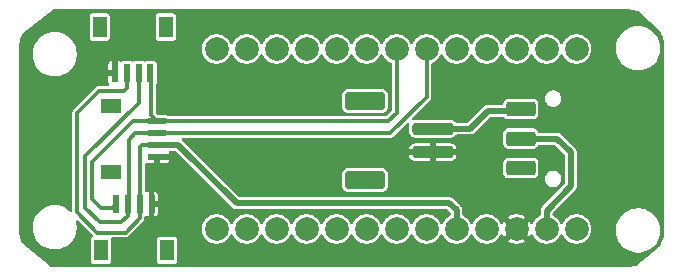
<source format=gbr>
%TF.GenerationSoftware,KiCad,Pcbnew,9.0.0*%
%TF.CreationDate,2025-04-03T20:24:28-07:00*%
%TF.ProjectId,nicenano-breakout,6e696365-6e61-46e6-9f2d-627265616b6f,rev?*%
%TF.SameCoordinates,Original*%
%TF.FileFunction,Copper,L2,Bot*%
%TF.FilePolarity,Positive*%
%FSLAX46Y46*%
G04 Gerber Fmt 4.6, Leading zero omitted, Abs format (unit mm)*
G04 Created by KiCad (PCBNEW 9.0.0) date 2025-04-03 20:24:28*
%MOMM*%
%LPD*%
G01*
G04 APERTURE LIST*
G04 Aperture macros list*
%AMRoundRect*
0 Rectangle with rounded corners*
0 $1 Rounding radius*
0 $2 $3 $4 $5 $6 $7 $8 $9 X,Y pos of 4 corners*
0 Add a 4 corners polygon primitive as box body*
4,1,4,$2,$3,$4,$5,$6,$7,$8,$9,$2,$3,0*
0 Add four circle primitives for the rounded corners*
1,1,$1+$1,$2,$3*
1,1,$1+$1,$4,$5*
1,1,$1+$1,$6,$7*
1,1,$1+$1,$8,$9*
0 Add four rect primitives between the rounded corners*
20,1,$1+$1,$2,$3,$4,$5,0*
20,1,$1+$1,$4,$5,$6,$7,0*
20,1,$1+$1,$6,$7,$8,$9,0*
20,1,$1+$1,$8,$9,$2,$3,0*%
G04 Aperture macros list end*
%TA.AperFunction,ComponentPad*%
%ADD10C,2.000000*%
%TD*%
%TA.AperFunction,SMDPad,CuDef*%
%ADD11R,0.600000X1.550000*%
%TD*%
%TA.AperFunction,SMDPad,CuDef*%
%ADD12R,1.200000X1.800000*%
%TD*%
%TA.AperFunction,SMDPad,CuDef*%
%ADD13RoundRect,0.250000X-1.000000X0.375000X-1.000000X-0.375000X1.000000X-0.375000X1.000000X0.375000X0*%
%TD*%
%TA.AperFunction,SMDPad,CuDef*%
%ADD14R,1.550000X0.600000*%
%TD*%
%TA.AperFunction,SMDPad,CuDef*%
%ADD15R,1.800000X1.200000*%
%TD*%
%TA.AperFunction,SMDPad,CuDef*%
%ADD16RoundRect,0.250000X1.500000X-0.250000X1.500000X0.250000X-1.500000X0.250000X-1.500000X-0.250000X0*%
%TD*%
%TA.AperFunction,SMDPad,CuDef*%
%ADD17RoundRect,0.250001X1.449999X-0.499999X1.449999X0.499999X-1.449999X0.499999X-1.449999X-0.499999X0*%
%TD*%
%TA.AperFunction,Conductor*%
%ADD18C,0.300000*%
%TD*%
%TA.AperFunction,Conductor*%
%ADD19C,0.500000*%
%TD*%
G04 APERTURE END LIST*
D10*
%TO.P,U1,1,GP0(TX)*%
%TO.N,unconnected-(U1-GP0(TX)-Pad1)*%
X202449159Y-79055400D03*
%TO.P,U1,2,GP1(RX)*%
%TO.N,unconnected-(U1-GP1(RX)-Pad2)*%
X199909159Y-79055400D03*
%TO.P,U1,3,GND*%
%TO.N,unconnected-(U1-GND-Pad3)*%
X197369159Y-79055400D03*
%TO.P,U1,4,GND*%
%TO.N,unconnected-(U1-GND-Pad4)*%
X194829159Y-79055400D03*
%TO.P,U1,5,SDA(GP2)*%
%TO.N,/SDA*%
X192289159Y-79055400D03*
%TO.P,U1,6,SCL(GP3)*%
%TO.N,/SCL*%
X189749159Y-79055400D03*
%TO.P,U1,7,GP4*%
%TO.N,unconnected-(U1-GP4-Pad7)*%
X187209159Y-79055400D03*
%TO.P,U1,8,GP5*%
%TO.N,unconnected-(U1-GP5-Pad8)*%
X184669159Y-79055400D03*
%TO.P,U1,9,GP6*%
%TO.N,unconnected-(U1-GP6-Pad9)*%
X182129159Y-79055400D03*
%TO.P,U1,10,GP7*%
%TO.N,unconnected-(U1-GP7-Pad10)*%
X179589159Y-79055400D03*
%TO.P,U1,11,GP8*%
%TO.N,unconnected-(U1-GP8-Pad11)*%
X177049159Y-79055400D03*
%TO.P,U1,12,GP9*%
%TO.N,unconnected-(U1-GP9-Pad12)*%
X174509159Y-79055400D03*
%TO.P,U1,13,GP21*%
%TO.N,unconnected-(U1-GP21-Pad13)*%
X174509169Y-94295410D03*
%TO.P,U1,14,GP23*%
%TO.N,unconnected-(U1-GP23-Pad14)*%
X177049169Y-94295410D03*
%TO.P,U1,15,GP20*%
%TO.N,unconnected-(U1-GP20-Pad15)*%
X179589169Y-94295410D03*
%TO.P,U1,16,GP22*%
%TO.N,unconnected-(U1-GP22-Pad16)*%
X182129169Y-94295410D03*
%TO.P,U1,17,GP26(A0)*%
%TO.N,unconnected-(U1-GP26(A0)-Pad17)*%
X184669169Y-94295410D03*
%TO.P,U1,18,GP27(A1)*%
%TO.N,unconnected-(U1-GP27(A1)-Pad18)*%
X187209169Y-94295410D03*
%TO.P,U1,19,GP28(A2)*%
%TO.N,unconnected-(U1-GP28(A2)-Pad19)*%
X189749169Y-94295410D03*
%TO.P,U1,20,GP29(A3)*%
%TO.N,unconnected-(U1-GP29(A3)-Pad20)*%
X192289169Y-94295410D03*
%TO.P,U1,21,3v3*%
%TO.N,VCC*%
X194829169Y-94295410D03*
%TO.P,U1,22,RST*%
%TO.N,unconnected-(U1-RST-Pad22)*%
X197369169Y-94295410D03*
%TO.P,U1,23,GND*%
%TO.N,GND*%
X199909169Y-94295410D03*
%TO.P,U1,24,5V*%
%TO.N,/RAW*%
X202449169Y-94295410D03*
%TO.P,U1,33,GP10(B-)*%
%TO.N,unconnected-(U1-GP10(B-)-Pad33)*%
X204989159Y-79055400D03*
%TO.P,U1,34,GP11(B+)*%
%TO.N,unconnected-(U1-GP11(B+)-Pad34)*%
X204989169Y-94295410D03*
%TD*%
D11*
%TO.P,J2,1,Pin_1*%
%TO.N,GND*%
X165900000Y-81106000D03*
%TO.P,J2,2,Pin_2*%
%TO.N,VCC*%
X166900000Y-81106000D03*
%TO.P,J2,3,Pin_3*%
%TO.N,/SDA*%
X167900000Y-81106000D03*
%TO.P,J2,4,Pin_4*%
%TO.N,/SCL*%
X168900000Y-81106000D03*
D12*
%TO.P,J2,MT1*%
%TO.N,N/C*%
X164600000Y-77206000D03*
%TO.P,J2,MT2*%
X170200000Y-77206000D03*
%TD*%
D13*
%TO.P,SW1,1,A*%
%TO.N,/rawswitch*%
X200250000Y-84150000D03*
%TO.P,SW1,2,B*%
%TO.N,/RAW*%
X200250000Y-86650000D03*
%TO.P,SW1,3*%
%TO.N,N/C*%
X200250000Y-89150000D03*
%TD*%
D14*
%TO.P,J3,1,Pin_1*%
%TO.N,GND*%
X169451692Y-88175410D03*
%TO.P,J3,2,Pin_2*%
%TO.N,VCC*%
X169451692Y-87175410D03*
%TO.P,J3,3,Pin_3*%
%TO.N,/SDA*%
X169451692Y-86175410D03*
%TO.P,J3,4,Pin_4*%
%TO.N,/SCL*%
X169451692Y-85175410D03*
D15*
%TO.P,J3,MT1*%
%TO.N,N/C*%
X165551692Y-89475410D03*
%TO.P,J3,MT2*%
X165551692Y-83875410D03*
%TD*%
D11*
%TO.P,J4,1,Pin_1*%
%TO.N,GND*%
X169000000Y-92194000D03*
%TO.P,J4,2,Pin_2*%
%TO.N,VCC*%
X168000000Y-92194000D03*
%TO.P,J4,3,Pin_3*%
%TO.N,/SDA*%
X167000000Y-92194000D03*
%TO.P,J4,4,Pin_4*%
%TO.N,/SCL*%
X166000000Y-92194000D03*
D12*
%TO.P,J4,MT1*%
%TO.N,N/C*%
X170300000Y-96094000D03*
%TO.P,J4,MT2*%
X164700000Y-96094000D03*
%TD*%
D16*
%TO.P,J1,1,Pin_1*%
%TO.N,GND*%
X192817550Y-87807860D03*
%TO.P,J1,2,Pin_2*%
%TO.N,/rawswitch*%
X192817550Y-85807860D03*
D17*
%TO.P,J1,MP*%
%TO.N,N/C*%
X187067550Y-90157860D03*
X187067550Y-83457860D03*
%TD*%
D18*
%TO.N,/SCL*%
X169451692Y-85175410D02*
X189024590Y-85175410D01*
X189024590Y-85175410D02*
X189749159Y-84450841D01*
X189749159Y-84450841D02*
X189749159Y-79055400D01*
%TO.N,/SDA*%
X169451692Y-86175410D02*
X189224590Y-86175410D01*
X189224590Y-86175410D02*
X192289159Y-83110841D01*
X192289159Y-83110841D02*
X192289159Y-79055400D01*
D19*
%TO.N,/RAW*%
X202449169Y-94295410D02*
X202449169Y-92750831D01*
X204500000Y-87800000D02*
X203350000Y-86650000D01*
X203350000Y-86650000D02*
X200250000Y-86650000D01*
X202449169Y-92750831D02*
X204500000Y-90700000D01*
X204500000Y-90700000D02*
X204500000Y-87800000D01*
D18*
%TO.N,/SDA*%
X167000000Y-92194000D02*
X167000000Y-93200000D01*
X167000000Y-93200000D02*
X166450000Y-93750000D01*
X166450000Y-93750000D02*
X164600000Y-93750000D01*
X164600000Y-93750000D02*
X163350000Y-92500000D01*
X163350000Y-92500000D02*
X163350000Y-88150000D01*
X163350000Y-88150000D02*
X167900000Y-83600000D01*
X167900000Y-83600000D02*
X167900000Y-81106000D01*
%TO.N,VCC*%
X168000000Y-92194000D02*
X168000000Y-93400000D01*
X168000000Y-93400000D02*
X166800000Y-94600000D01*
X166800000Y-94600000D02*
X164400000Y-94600000D01*
X164400000Y-94600000D02*
X162700000Y-92900000D01*
X162700000Y-92900000D02*
X162700000Y-84450000D01*
X162700000Y-84450000D02*
X164550000Y-82600000D01*
X166650000Y-82600000D02*
X166900000Y-82350000D01*
X164550000Y-82600000D02*
X166650000Y-82600000D01*
X166900000Y-82350000D02*
X166900000Y-81106000D01*
%TO.N,/SCL*%
X166000000Y-92194000D02*
X165700000Y-92494000D01*
X165700000Y-92494000D02*
X164694000Y-92494000D01*
X164694000Y-92494000D02*
X163950000Y-91750000D01*
X163950000Y-91750000D02*
X163950000Y-88650000D01*
X163950000Y-88650000D02*
X167424590Y-85175410D01*
X167424590Y-85175410D02*
X169451692Y-85175410D01*
D19*
%TO.N,VCC*%
X171274590Y-87175410D02*
X169451692Y-87175410D01*
D18*
X168216592Y-87175410D02*
X169451692Y-87175410D01*
X168051692Y-87340310D02*
X168216592Y-87175410D01*
%TO.N,/SDA*%
X167000000Y-92194000D02*
X167051692Y-92142308D01*
%TO.N,VCC*%
X168051692Y-92142308D02*
X168051692Y-87340310D01*
X168000000Y-92194000D02*
X168051692Y-92142308D01*
%TO.N,/SDA*%
X167051692Y-92142308D02*
X167051692Y-86740310D01*
X167051692Y-86740310D02*
X167616592Y-86175410D01*
X167616592Y-86175410D02*
X169451692Y-86175410D01*
%TO.N,/SCL*%
X168951692Y-81157692D02*
X168951692Y-84675410D01*
X168900000Y-81106000D02*
X168951692Y-81157692D01*
X168951692Y-84675410D02*
X169451692Y-85175410D01*
D19*
%TO.N,VCC*%
X194829169Y-92729169D02*
X194200000Y-92100000D01*
X194829169Y-94295410D02*
X194829169Y-92729169D01*
X176199180Y-92100000D02*
X171274590Y-87175410D01*
X194200000Y-92100000D02*
X176199180Y-92100000D01*
%TO.N,/rawswitch*%
X197492140Y-84307860D02*
X196000000Y-85800000D01*
X200092140Y-84307860D02*
X197492140Y-84307860D01*
X200250000Y-84150000D02*
X200092140Y-84307860D01*
X192825410Y-85800000D02*
X192817550Y-85807860D01*
X196000000Y-85800000D02*
X192825410Y-85800000D01*
%TD*%
%TA.AperFunction,Conductor*%
%TO.N,GND*%
G36*
X209129234Y-75687676D02*
G01*
X209464394Y-75705240D01*
X209477302Y-75706597D01*
X209546348Y-75717532D01*
X209805585Y-75758590D01*
X209818253Y-75761282D01*
X210120723Y-75842328D01*
X210172734Y-75870985D01*
X212107141Y-77656592D01*
X212144028Y-77690641D01*
X212151131Y-77701115D01*
X212158476Y-77706505D01*
X212175685Y-77737319D01*
X212261677Y-77961335D01*
X212265687Y-77973675D01*
X212342606Y-78260744D01*
X212351712Y-78294725D01*
X212354410Y-78307422D01*
X212406401Y-78635692D01*
X212407758Y-78648599D01*
X212425318Y-78983646D01*
X212425488Y-78990136D01*
X212425488Y-94240256D01*
X212425318Y-94246746D01*
X212407752Y-94581907D01*
X212406395Y-94594815D01*
X212354403Y-94923081D01*
X212351705Y-94935777D01*
X212265679Y-95256826D01*
X212261668Y-95269170D01*
X212142559Y-95579459D01*
X212137280Y-95591316D01*
X212030631Y-95800625D01*
X211996756Y-95841833D01*
X210001054Y-97409884D01*
X209956538Y-97432156D01*
X209818264Y-97469207D01*
X209805567Y-97471905D01*
X209477301Y-97523896D01*
X209464393Y-97525253D01*
X209129238Y-97542816D01*
X209122786Y-97542986D01*
X209066275Y-97543002D01*
X209066238Y-97543003D01*
X209055761Y-97543003D01*
X209055699Y-97543005D01*
X161103265Y-97555996D01*
X161096741Y-97555826D01*
X160761594Y-97538261D01*
X160748686Y-97536904D01*
X160428883Y-97486252D01*
X160367583Y-97457927D01*
X158054404Y-95475203D01*
X158045933Y-95463195D01*
X158036547Y-95456307D01*
X158019338Y-95425493D01*
X158005427Y-95389254D01*
X157964318Y-95282162D01*
X157960309Y-95269823D01*
X157956826Y-95256826D01*
X157874282Y-94948767D01*
X157871586Y-94936076D01*
X157870545Y-94929506D01*
X157819595Y-94607809D01*
X157818238Y-94594902D01*
X157800670Y-94259681D01*
X157800500Y-94253191D01*
X157800500Y-94027065D01*
X158924500Y-94027065D01*
X158924500Y-94272934D01*
X158941737Y-94403854D01*
X158956591Y-94516677D01*
X159019809Y-94752610D01*
X159020222Y-94754152D01*
X159020225Y-94754162D01*
X159114303Y-94981285D01*
X159114307Y-94981294D01*
X159131857Y-95011691D01*
X159237233Y-95194208D01*
X159237235Y-95194211D01*
X159237236Y-95194212D01*
X159386897Y-95389254D01*
X159386903Y-95389261D01*
X159560738Y-95563096D01*
X159560744Y-95563101D01*
X159755792Y-95712767D01*
X159968708Y-95835694D01*
X160195847Y-95929778D01*
X160433323Y-95993409D01*
X160677073Y-96025500D01*
X160677080Y-96025500D01*
X160922920Y-96025500D01*
X160922927Y-96025500D01*
X161166677Y-95993409D01*
X161404153Y-95929778D01*
X161631292Y-95835694D01*
X161844208Y-95712767D01*
X162039256Y-95563101D01*
X162213101Y-95389256D01*
X162362767Y-95194208D01*
X162485694Y-94981292D01*
X162579778Y-94754153D01*
X162643409Y-94516677D01*
X162675500Y-94272927D01*
X162675500Y-94027073D01*
X162643409Y-93783323D01*
X162626464Y-93720083D01*
X162628127Y-93650240D01*
X162667289Y-93592377D01*
X162731517Y-93564872D01*
X162800419Y-93576458D01*
X162833920Y-93600314D01*
X164008945Y-94775339D01*
X164042430Y-94836662D01*
X164037446Y-94906354D01*
X163995574Y-94962287D01*
X163990154Y-94966122D01*
X163919400Y-95013397D01*
X163864033Y-95096260D01*
X163864032Y-95096264D01*
X163849500Y-95169321D01*
X163849500Y-97018678D01*
X163864032Y-97091735D01*
X163864033Y-97091739D01*
X163864034Y-97091740D01*
X163919399Y-97174601D01*
X164002260Y-97229966D01*
X164002264Y-97229967D01*
X164075321Y-97244499D01*
X164075324Y-97244500D01*
X164075326Y-97244500D01*
X165324676Y-97244500D01*
X165324677Y-97244499D01*
X165397740Y-97229966D01*
X165480601Y-97174601D01*
X165535966Y-97091740D01*
X165550500Y-97018674D01*
X165550500Y-95169326D01*
X165550499Y-95169321D01*
X169449500Y-95169321D01*
X169449500Y-97018678D01*
X169464032Y-97091735D01*
X169464033Y-97091739D01*
X169464034Y-97091740D01*
X169519399Y-97174601D01*
X169602260Y-97229966D01*
X169602264Y-97229967D01*
X169675321Y-97244499D01*
X169675324Y-97244500D01*
X169675326Y-97244500D01*
X170924676Y-97244500D01*
X170924677Y-97244499D01*
X170997740Y-97229966D01*
X171080601Y-97174601D01*
X171135966Y-97091740D01*
X171150500Y-97018674D01*
X171150500Y-95169326D01*
X171150500Y-95169323D01*
X171150499Y-95169321D01*
X171135967Y-95096264D01*
X171135966Y-95096260D01*
X171123467Y-95077554D01*
X171080601Y-95013399D01*
X171009845Y-94966122D01*
X170997739Y-94958033D01*
X170997735Y-94958032D01*
X170924677Y-94943500D01*
X170924674Y-94943500D01*
X169675326Y-94943500D01*
X169675323Y-94943500D01*
X169602264Y-94958032D01*
X169602260Y-94958033D01*
X169519399Y-95013399D01*
X169464033Y-95096260D01*
X169464032Y-95096264D01*
X169449500Y-95169321D01*
X165550499Y-95169321D01*
X165546027Y-95146839D01*
X165545716Y-95144982D01*
X165549671Y-95112083D01*
X165552623Y-95079100D01*
X165553823Y-95077554D01*
X165554057Y-95075612D01*
X165575171Y-95050073D01*
X165595486Y-95023923D01*
X165597330Y-95023272D01*
X165598578Y-95021763D01*
X165630155Y-95011691D01*
X165661375Y-95000678D01*
X165664993Y-95000580D01*
X165665144Y-95000533D01*
X165665292Y-95000572D01*
X165668013Y-95000500D01*
X166852725Y-95000500D01*
X166852727Y-95000500D01*
X166954588Y-94973207D01*
X167045913Y-94920480D01*
X168320480Y-93645913D01*
X168373207Y-93554588D01*
X168400500Y-93452727D01*
X168400500Y-93347273D01*
X168400500Y-93301540D01*
X168420185Y-93234501D01*
X168472989Y-93188746D01*
X168542147Y-93178802D01*
X168593392Y-93198438D01*
X168602459Y-93204496D01*
X168675371Y-93218999D01*
X168675374Y-93219000D01*
X168750000Y-93219000D01*
X169250000Y-93219000D01*
X169324626Y-93219000D01*
X169324628Y-93218999D01*
X169397540Y-93204496D01*
X169397544Y-93204494D01*
X169480239Y-93149239D01*
X169535494Y-93066544D01*
X169535496Y-93066540D01*
X169549999Y-92993628D01*
X169550000Y-92993626D01*
X169550000Y-92444000D01*
X169250000Y-92444000D01*
X169250000Y-93219000D01*
X168750000Y-93219000D01*
X168750000Y-91944000D01*
X169250000Y-91944000D01*
X169550000Y-91944000D01*
X169550000Y-91394373D01*
X169549999Y-91394371D01*
X169535496Y-91321459D01*
X169535494Y-91321455D01*
X169480239Y-91238760D01*
X169397544Y-91183505D01*
X169397540Y-91183503D01*
X169324627Y-91169000D01*
X169250000Y-91169000D01*
X169250000Y-91944000D01*
X168750000Y-91944000D01*
X168750000Y-91169000D01*
X168675371Y-91169000D01*
X168600383Y-91183916D01*
X168530791Y-91177689D01*
X168475614Y-91134825D01*
X168452370Y-91068936D01*
X168452192Y-91062299D01*
X168452192Y-88836746D01*
X168471877Y-88769707D01*
X168524681Y-88723952D01*
X168593839Y-88714008D01*
X168600385Y-88715129D01*
X168652067Y-88725410D01*
X169201692Y-88725410D01*
X169701692Y-88725410D01*
X170251318Y-88725410D01*
X170251320Y-88725409D01*
X170324232Y-88710906D01*
X170324236Y-88710904D01*
X170406931Y-88655649D01*
X170462186Y-88572954D01*
X170462188Y-88572950D01*
X170476691Y-88500038D01*
X170476692Y-88500036D01*
X170476692Y-88425410D01*
X169701692Y-88425410D01*
X169701692Y-88725410D01*
X169201692Y-88725410D01*
X169201692Y-88299410D01*
X169221377Y-88232371D01*
X169274181Y-88186616D01*
X169325692Y-88175410D01*
X169451692Y-88175410D01*
X169451692Y-88049410D01*
X169471377Y-87982371D01*
X169524181Y-87936616D01*
X169575692Y-87925410D01*
X170476692Y-87925410D01*
X170476692Y-87850786D01*
X170471384Y-87824100D01*
X170477613Y-87754509D01*
X170520476Y-87699332D01*
X170586366Y-87676088D01*
X170593002Y-87675910D01*
X171015914Y-87675910D01*
X171082953Y-87695595D01*
X171103595Y-87712229D01*
X175798680Y-92407314D01*
X175891866Y-92500500D01*
X176005994Y-92566392D01*
X176133288Y-92600500D01*
X193941324Y-92600500D01*
X194008363Y-92620185D01*
X194029005Y-92636819D01*
X194292350Y-92900163D01*
X194307053Y-92927090D01*
X194323646Y-92952909D01*
X194324537Y-92959109D01*
X194325835Y-92961486D01*
X194328669Y-92987844D01*
X194328669Y-93070970D01*
X194308984Y-93138009D01*
X194260964Y-93181455D01*
X194173763Y-93225886D01*
X194084601Y-93290667D01*
X194014523Y-93341582D01*
X194014521Y-93341584D01*
X194014520Y-93341584D01*
X193875343Y-93480761D01*
X193875343Y-93480762D01*
X193875341Y-93480764D01*
X193828062Y-93545837D01*
X193759645Y-93640004D01*
X193669654Y-93816623D01*
X193621680Y-93867419D01*
X193553859Y-93884214D01*
X193487724Y-93861677D01*
X193448684Y-93816623D01*
X193361703Y-93645913D01*
X193358693Y-93640005D01*
X193242997Y-93480764D01*
X193103815Y-93341582D01*
X192944574Y-93225886D01*
X192932041Y-93219500D01*
X192769198Y-93136527D01*
X192581995Y-93075700D01*
X192387591Y-93044910D01*
X192387586Y-93044910D01*
X192190752Y-93044910D01*
X192190747Y-93044910D01*
X191996342Y-93075700D01*
X191809139Y-93136527D01*
X191633763Y-93225886D01*
X191544601Y-93290667D01*
X191474523Y-93341582D01*
X191474521Y-93341584D01*
X191474520Y-93341584D01*
X191335343Y-93480761D01*
X191335343Y-93480762D01*
X191335341Y-93480764D01*
X191288062Y-93545837D01*
X191219645Y-93640004D01*
X191129654Y-93816623D01*
X191081680Y-93867419D01*
X191013859Y-93884214D01*
X190947724Y-93861677D01*
X190908684Y-93816623D01*
X190821703Y-93645913D01*
X190818693Y-93640005D01*
X190702997Y-93480764D01*
X190563815Y-93341582D01*
X190404574Y-93225886D01*
X190392041Y-93219500D01*
X190229198Y-93136527D01*
X190041995Y-93075700D01*
X189847591Y-93044910D01*
X189847586Y-93044910D01*
X189650752Y-93044910D01*
X189650747Y-93044910D01*
X189456342Y-93075700D01*
X189269139Y-93136527D01*
X189093763Y-93225886D01*
X189004601Y-93290667D01*
X188934523Y-93341582D01*
X188934521Y-93341584D01*
X188934520Y-93341584D01*
X188795343Y-93480761D01*
X188795343Y-93480762D01*
X188795341Y-93480764D01*
X188748062Y-93545837D01*
X188679645Y-93640004D01*
X188589654Y-93816623D01*
X188541680Y-93867419D01*
X188473859Y-93884214D01*
X188407724Y-93861677D01*
X188368684Y-93816623D01*
X188281703Y-93645913D01*
X188278693Y-93640005D01*
X188162997Y-93480764D01*
X188023815Y-93341582D01*
X187864574Y-93225886D01*
X187852041Y-93219500D01*
X187689198Y-93136527D01*
X187501995Y-93075700D01*
X187307591Y-93044910D01*
X187307586Y-93044910D01*
X187110752Y-93044910D01*
X187110747Y-93044910D01*
X186916342Y-93075700D01*
X186729139Y-93136527D01*
X186553763Y-93225886D01*
X186464601Y-93290667D01*
X186394523Y-93341582D01*
X186394521Y-93341584D01*
X186394520Y-93341584D01*
X186255343Y-93480761D01*
X186255343Y-93480762D01*
X186255341Y-93480764D01*
X186208062Y-93545837D01*
X186139645Y-93640004D01*
X186049654Y-93816623D01*
X186001680Y-93867419D01*
X185933859Y-93884214D01*
X185867724Y-93861677D01*
X185828684Y-93816623D01*
X185741703Y-93645913D01*
X185738693Y-93640005D01*
X185622997Y-93480764D01*
X185483815Y-93341582D01*
X185324574Y-93225886D01*
X185312041Y-93219500D01*
X185149198Y-93136527D01*
X184961995Y-93075700D01*
X184767591Y-93044910D01*
X184767586Y-93044910D01*
X184570752Y-93044910D01*
X184570747Y-93044910D01*
X184376342Y-93075700D01*
X184189139Y-93136527D01*
X184013763Y-93225886D01*
X183924601Y-93290667D01*
X183854523Y-93341582D01*
X183854521Y-93341584D01*
X183854520Y-93341584D01*
X183715343Y-93480761D01*
X183715343Y-93480762D01*
X183715341Y-93480764D01*
X183668062Y-93545837D01*
X183599645Y-93640004D01*
X183509654Y-93816623D01*
X183461680Y-93867419D01*
X183393859Y-93884214D01*
X183327724Y-93861677D01*
X183288684Y-93816623D01*
X183201703Y-93645913D01*
X183198693Y-93640005D01*
X183082997Y-93480764D01*
X182943815Y-93341582D01*
X182784574Y-93225886D01*
X182772041Y-93219500D01*
X182609198Y-93136527D01*
X182421995Y-93075700D01*
X182227591Y-93044910D01*
X182227586Y-93044910D01*
X182030752Y-93044910D01*
X182030747Y-93044910D01*
X181836342Y-93075700D01*
X181649139Y-93136527D01*
X181473763Y-93225886D01*
X181384601Y-93290667D01*
X181314523Y-93341582D01*
X181314521Y-93341584D01*
X181314520Y-93341584D01*
X181175343Y-93480761D01*
X181175343Y-93480762D01*
X181175341Y-93480764D01*
X181128062Y-93545837D01*
X181059645Y-93640004D01*
X180969654Y-93816623D01*
X180921680Y-93867419D01*
X180853859Y-93884214D01*
X180787724Y-93861677D01*
X180748684Y-93816623D01*
X180661703Y-93645913D01*
X180658693Y-93640005D01*
X180542997Y-93480764D01*
X180403815Y-93341582D01*
X180244574Y-93225886D01*
X180232041Y-93219500D01*
X180069198Y-93136527D01*
X179881995Y-93075700D01*
X179687591Y-93044910D01*
X179687586Y-93044910D01*
X179490752Y-93044910D01*
X179490747Y-93044910D01*
X179296342Y-93075700D01*
X179109139Y-93136527D01*
X178933763Y-93225886D01*
X178844601Y-93290667D01*
X178774523Y-93341582D01*
X178774521Y-93341584D01*
X178774520Y-93341584D01*
X178635343Y-93480761D01*
X178635343Y-93480762D01*
X178635341Y-93480764D01*
X178588062Y-93545837D01*
X178519645Y-93640004D01*
X178429654Y-93816623D01*
X178381680Y-93867419D01*
X178313859Y-93884214D01*
X178247724Y-93861677D01*
X178208684Y-93816623D01*
X178121703Y-93645913D01*
X178118693Y-93640005D01*
X178002997Y-93480764D01*
X177863815Y-93341582D01*
X177704574Y-93225886D01*
X177692041Y-93219500D01*
X177529198Y-93136527D01*
X177341995Y-93075700D01*
X177147591Y-93044910D01*
X177147586Y-93044910D01*
X176950752Y-93044910D01*
X176950747Y-93044910D01*
X176756342Y-93075700D01*
X176569139Y-93136527D01*
X176393763Y-93225886D01*
X176304601Y-93290667D01*
X176234523Y-93341582D01*
X176234521Y-93341584D01*
X176234520Y-93341584D01*
X176095343Y-93480761D01*
X176095343Y-93480762D01*
X176095341Y-93480764D01*
X176048062Y-93545837D01*
X175979645Y-93640004D01*
X175889654Y-93816623D01*
X175841680Y-93867419D01*
X175773859Y-93884214D01*
X175707724Y-93861677D01*
X175668684Y-93816623D01*
X175581703Y-93645913D01*
X175578693Y-93640005D01*
X175462997Y-93480764D01*
X175323815Y-93341582D01*
X175164574Y-93225886D01*
X175152041Y-93219500D01*
X174989198Y-93136527D01*
X174801995Y-93075700D01*
X174607591Y-93044910D01*
X174607586Y-93044910D01*
X174410752Y-93044910D01*
X174410747Y-93044910D01*
X174216342Y-93075700D01*
X174029139Y-93136527D01*
X173853763Y-93225886D01*
X173764601Y-93290667D01*
X173694523Y-93341582D01*
X173694521Y-93341584D01*
X173694520Y-93341584D01*
X173555343Y-93480761D01*
X173555343Y-93480762D01*
X173555341Y-93480764D01*
X173508062Y-93545837D01*
X173439645Y-93640004D01*
X173350286Y-93815380D01*
X173289459Y-94002583D01*
X173258669Y-94196987D01*
X173258669Y-94393832D01*
X173289459Y-94588236D01*
X173350286Y-94775439D01*
X173431983Y-94935777D01*
X173439645Y-94950815D01*
X173555341Y-95110056D01*
X173694523Y-95249238D01*
X173853764Y-95364934D01*
X173901495Y-95389254D01*
X174029139Y-95454292D01*
X174029141Y-95454292D01*
X174029144Y-95454294D01*
X174075057Y-95469212D01*
X174216342Y-95515119D01*
X174410747Y-95545910D01*
X174410752Y-95545910D01*
X174607591Y-95545910D01*
X174801995Y-95515119D01*
X174803497Y-95514631D01*
X174989194Y-95454294D01*
X175164574Y-95364934D01*
X175323815Y-95249238D01*
X175462997Y-95110056D01*
X175578693Y-94950815D01*
X175636564Y-94837236D01*
X175668684Y-94774197D01*
X175716658Y-94723400D01*
X175784479Y-94706605D01*
X175850614Y-94729142D01*
X175889654Y-94774197D01*
X175979643Y-94950813D01*
X175987980Y-94962287D01*
X176095341Y-95110056D01*
X176234523Y-95249238D01*
X176393764Y-95364934D01*
X176441495Y-95389254D01*
X176569139Y-95454292D01*
X176569141Y-95454292D01*
X176569144Y-95454294D01*
X176615057Y-95469212D01*
X176756342Y-95515119D01*
X176950747Y-95545910D01*
X176950752Y-95545910D01*
X177147591Y-95545910D01*
X177341995Y-95515119D01*
X177343497Y-95514631D01*
X177529194Y-95454294D01*
X177704574Y-95364934D01*
X177863815Y-95249238D01*
X178002997Y-95110056D01*
X178118693Y-94950815D01*
X178176564Y-94837236D01*
X178208684Y-94774197D01*
X178256658Y-94723400D01*
X178324479Y-94706605D01*
X178390614Y-94729142D01*
X178429654Y-94774197D01*
X178519643Y-94950813D01*
X178527980Y-94962287D01*
X178635341Y-95110056D01*
X178774523Y-95249238D01*
X178933764Y-95364934D01*
X178981495Y-95389254D01*
X179109139Y-95454292D01*
X179109141Y-95454292D01*
X179109144Y-95454294D01*
X179155057Y-95469212D01*
X179296342Y-95515119D01*
X179490747Y-95545910D01*
X179490752Y-95545910D01*
X179687591Y-95545910D01*
X179881995Y-95515119D01*
X179883497Y-95514631D01*
X180069194Y-95454294D01*
X180244574Y-95364934D01*
X180403815Y-95249238D01*
X180542997Y-95110056D01*
X180658693Y-94950815D01*
X180716564Y-94837236D01*
X180748684Y-94774197D01*
X180796658Y-94723400D01*
X180864479Y-94706605D01*
X180930614Y-94729142D01*
X180969654Y-94774197D01*
X181059643Y-94950813D01*
X181067980Y-94962287D01*
X181175341Y-95110056D01*
X181314523Y-95249238D01*
X181473764Y-95364934D01*
X181521495Y-95389254D01*
X181649139Y-95454292D01*
X181649141Y-95454292D01*
X181649144Y-95454294D01*
X181695057Y-95469212D01*
X181836342Y-95515119D01*
X182030747Y-95545910D01*
X182030752Y-95545910D01*
X182227591Y-95545910D01*
X182421995Y-95515119D01*
X182423497Y-95514631D01*
X182609194Y-95454294D01*
X182784574Y-95364934D01*
X182943815Y-95249238D01*
X183082997Y-95110056D01*
X183198693Y-94950815D01*
X183256564Y-94837236D01*
X183288684Y-94774197D01*
X183336658Y-94723400D01*
X183404479Y-94706605D01*
X183470614Y-94729142D01*
X183509654Y-94774197D01*
X183599643Y-94950813D01*
X183607980Y-94962287D01*
X183715341Y-95110056D01*
X183854523Y-95249238D01*
X184013764Y-95364934D01*
X184061495Y-95389254D01*
X184189139Y-95454292D01*
X184189141Y-95454292D01*
X184189144Y-95454294D01*
X184235057Y-95469212D01*
X184376342Y-95515119D01*
X184570747Y-95545910D01*
X184570752Y-95545910D01*
X184767591Y-95545910D01*
X184961995Y-95515119D01*
X184963497Y-95514631D01*
X185149194Y-95454294D01*
X185324574Y-95364934D01*
X185483815Y-95249238D01*
X185622997Y-95110056D01*
X185738693Y-94950815D01*
X185796564Y-94837236D01*
X185828684Y-94774197D01*
X185876658Y-94723400D01*
X185944479Y-94706605D01*
X186010614Y-94729142D01*
X186049654Y-94774197D01*
X186139643Y-94950813D01*
X186147980Y-94962287D01*
X186255341Y-95110056D01*
X186394523Y-95249238D01*
X186553764Y-95364934D01*
X186601495Y-95389254D01*
X186729139Y-95454292D01*
X186729141Y-95454292D01*
X186729144Y-95454294D01*
X186775057Y-95469212D01*
X186916342Y-95515119D01*
X187110747Y-95545910D01*
X187110752Y-95545910D01*
X187307591Y-95545910D01*
X187501995Y-95515119D01*
X187503497Y-95514631D01*
X187689194Y-95454294D01*
X187864574Y-95364934D01*
X188023815Y-95249238D01*
X188162997Y-95110056D01*
X188278693Y-94950815D01*
X188336564Y-94837236D01*
X188368684Y-94774197D01*
X188416658Y-94723400D01*
X188484479Y-94706605D01*
X188550614Y-94729142D01*
X188589654Y-94774197D01*
X188679643Y-94950813D01*
X188687980Y-94962287D01*
X188795341Y-95110056D01*
X188934523Y-95249238D01*
X189093764Y-95364934D01*
X189141495Y-95389254D01*
X189269139Y-95454292D01*
X189269141Y-95454292D01*
X189269144Y-95454294D01*
X189315057Y-95469212D01*
X189456342Y-95515119D01*
X189650747Y-95545910D01*
X189650752Y-95545910D01*
X189847591Y-95545910D01*
X190041995Y-95515119D01*
X190043497Y-95514631D01*
X190229194Y-95454294D01*
X190404574Y-95364934D01*
X190563815Y-95249238D01*
X190702997Y-95110056D01*
X190818693Y-94950815D01*
X190876564Y-94837236D01*
X190908684Y-94774197D01*
X190956658Y-94723400D01*
X191024479Y-94706605D01*
X191090614Y-94729142D01*
X191129654Y-94774197D01*
X191219643Y-94950813D01*
X191227980Y-94962287D01*
X191335341Y-95110056D01*
X191474523Y-95249238D01*
X191633764Y-95364934D01*
X191681495Y-95389254D01*
X191809139Y-95454292D01*
X191809141Y-95454292D01*
X191809144Y-95454294D01*
X191855057Y-95469212D01*
X191996342Y-95515119D01*
X192190747Y-95545910D01*
X192190752Y-95545910D01*
X192387591Y-95545910D01*
X192581995Y-95515119D01*
X192583497Y-95514631D01*
X192769194Y-95454294D01*
X192944574Y-95364934D01*
X193103815Y-95249238D01*
X193242997Y-95110056D01*
X193358693Y-94950815D01*
X193416564Y-94837236D01*
X193448684Y-94774197D01*
X193496658Y-94723400D01*
X193564479Y-94706605D01*
X193630614Y-94729142D01*
X193669654Y-94774197D01*
X193759643Y-94950813D01*
X193767980Y-94962287D01*
X193875341Y-95110056D01*
X194014523Y-95249238D01*
X194173764Y-95364934D01*
X194221495Y-95389254D01*
X194349139Y-95454292D01*
X194349141Y-95454292D01*
X194349144Y-95454294D01*
X194395057Y-95469212D01*
X194536342Y-95515119D01*
X194730747Y-95545910D01*
X194730752Y-95545910D01*
X194927591Y-95545910D01*
X195121995Y-95515119D01*
X195123497Y-95514631D01*
X195309194Y-95454294D01*
X195484574Y-95364934D01*
X195643815Y-95249238D01*
X195782997Y-95110056D01*
X195898693Y-94950815D01*
X195956564Y-94837236D01*
X195988684Y-94774197D01*
X196036658Y-94723400D01*
X196104479Y-94706605D01*
X196170614Y-94729142D01*
X196209654Y-94774197D01*
X196299643Y-94950813D01*
X196307980Y-94962287D01*
X196415341Y-95110056D01*
X196554523Y-95249238D01*
X196713764Y-95364934D01*
X196761495Y-95389254D01*
X196889139Y-95454292D01*
X196889141Y-95454292D01*
X196889144Y-95454294D01*
X196935057Y-95469212D01*
X197076342Y-95515119D01*
X197270747Y-95545910D01*
X197270752Y-95545910D01*
X197467591Y-95545910D01*
X197661995Y-95515119D01*
X197663497Y-95514631D01*
X197849194Y-95454294D01*
X198024574Y-95364934D01*
X198183815Y-95249238D01*
X198322997Y-95110056D01*
X198438693Y-94950815D01*
X198528053Y-94775435D01*
X198528053Y-94775432D01*
X198528964Y-94773646D01*
X198576938Y-94722850D01*
X198644759Y-94706054D01*
X198710894Y-94728591D01*
X198749934Y-94773645D01*
X198840074Y-94950555D01*
X198865488Y-94985535D01*
X198865489Y-94985535D01*
X199461152Y-94389872D01*
X199483127Y-94471883D01*
X199543318Y-94576137D01*
X199628442Y-94661261D01*
X199732696Y-94721452D01*
X199814704Y-94743426D01*
X199219042Y-95339087D01*
X199219042Y-95339088D01*
X199254027Y-95364506D01*
X199429333Y-95453828D01*
X199616463Y-95514631D01*
X199810787Y-95545410D01*
X200007551Y-95545410D01*
X200201874Y-95514631D01*
X200389004Y-95453828D01*
X200564312Y-95364505D01*
X200599294Y-95339088D01*
X200599295Y-95339088D01*
X200003633Y-94743426D01*
X200085642Y-94721452D01*
X200189896Y-94661261D01*
X200275020Y-94576137D01*
X200335211Y-94471883D01*
X200357185Y-94389874D01*
X200952847Y-94985536D01*
X200952847Y-94985535D01*
X200978266Y-94950551D01*
X201068403Y-94773646D01*
X201116377Y-94722849D01*
X201184198Y-94706054D01*
X201250333Y-94728591D01*
X201289373Y-94773645D01*
X201290284Y-94775434D01*
X201290285Y-94775435D01*
X201379645Y-94950815D01*
X201495341Y-95110056D01*
X201634523Y-95249238D01*
X201793764Y-95364934D01*
X201841495Y-95389254D01*
X201969139Y-95454292D01*
X201969141Y-95454292D01*
X201969144Y-95454294D01*
X202015057Y-95469212D01*
X202156342Y-95515119D01*
X202350747Y-95545910D01*
X202350752Y-95545910D01*
X202547591Y-95545910D01*
X202741995Y-95515119D01*
X202743497Y-95514631D01*
X202929194Y-95454294D01*
X203104574Y-95364934D01*
X203263815Y-95249238D01*
X203402997Y-95110056D01*
X203518693Y-94950815D01*
X203576564Y-94837236D01*
X203608684Y-94774197D01*
X203656658Y-94723400D01*
X203724479Y-94706605D01*
X203790614Y-94729142D01*
X203829654Y-94774197D01*
X203919643Y-94950813D01*
X203927980Y-94962287D01*
X204035341Y-95110056D01*
X204174523Y-95249238D01*
X204333764Y-95364934D01*
X204381495Y-95389254D01*
X204509139Y-95454292D01*
X204509141Y-95454292D01*
X204509144Y-95454294D01*
X204555057Y-95469212D01*
X204696342Y-95515119D01*
X204890747Y-95545910D01*
X204890752Y-95545910D01*
X205087591Y-95545910D01*
X205281995Y-95515119D01*
X205283497Y-95514631D01*
X205469194Y-95454294D01*
X205644574Y-95364934D01*
X205803815Y-95249238D01*
X205942997Y-95110056D01*
X206058693Y-94950815D01*
X206148053Y-94775435D01*
X206208878Y-94588236D01*
X206215262Y-94547927D01*
X206239669Y-94393832D01*
X206239669Y-94302065D01*
X208324500Y-94302065D01*
X208324500Y-94547934D01*
X208347602Y-94723400D01*
X208356591Y-94791677D01*
X208416001Y-95013399D01*
X208420222Y-95029152D01*
X208420225Y-95029162D01*
X208514303Y-95256285D01*
X208514307Y-95256294D01*
X208529245Y-95282167D01*
X208637233Y-95469208D01*
X208637235Y-95469211D01*
X208637236Y-95469212D01*
X208786897Y-95664254D01*
X208786903Y-95664261D01*
X208960738Y-95838096D01*
X208960745Y-95838102D01*
X209032614Y-95893249D01*
X209155792Y-95987767D01*
X209368708Y-96110694D01*
X209595847Y-96204778D01*
X209833323Y-96268409D01*
X210077073Y-96300500D01*
X210077080Y-96300500D01*
X210322920Y-96300500D01*
X210322927Y-96300500D01*
X210566677Y-96268409D01*
X210804153Y-96204778D01*
X211031292Y-96110694D01*
X211244208Y-95987767D01*
X211439256Y-95838101D01*
X211613101Y-95664256D01*
X211762767Y-95469208D01*
X211885694Y-95256292D01*
X211979778Y-95029153D01*
X212043409Y-94791677D01*
X212075500Y-94547927D01*
X212075500Y-94302073D01*
X212043409Y-94058323D01*
X211979778Y-93820847D01*
X211977513Y-93815380D01*
X211909110Y-93650240D01*
X211885694Y-93593708D01*
X211762767Y-93380792D01*
X211627490Y-93204496D01*
X211613102Y-93185745D01*
X211613096Y-93185738D01*
X211439261Y-93011903D01*
X211439254Y-93011897D01*
X211244212Y-92862236D01*
X211244211Y-92862235D01*
X211244208Y-92862233D01*
X211031292Y-92739306D01*
X211025476Y-92736897D01*
X210804162Y-92645225D01*
X210804155Y-92645223D01*
X210804153Y-92645222D01*
X210566677Y-92581591D01*
X210525939Y-92576227D01*
X210322934Y-92549500D01*
X210322927Y-92549500D01*
X210077073Y-92549500D01*
X210077065Y-92549500D01*
X209845059Y-92580045D01*
X209833323Y-92581591D01*
X209752102Y-92603354D01*
X209595847Y-92645222D01*
X209595837Y-92645225D01*
X209368714Y-92739303D01*
X209368705Y-92739307D01*
X209155787Y-92862236D01*
X208960745Y-93011897D01*
X208960738Y-93011903D01*
X208786903Y-93185738D01*
X208786897Y-93185745D01*
X208637236Y-93380787D01*
X208514307Y-93593705D01*
X208514303Y-93593714D01*
X208420225Y-93820837D01*
X208420222Y-93820847D01*
X208364965Y-94027073D01*
X208356592Y-94058320D01*
X208356590Y-94058331D01*
X208324500Y-94302065D01*
X206239669Y-94302065D01*
X206239669Y-94196987D01*
X206208878Y-94002583D01*
X206155469Y-93838210D01*
X206148053Y-93815385D01*
X206148051Y-93815382D01*
X206148051Y-93815380D01*
X206061703Y-93645913D01*
X206058693Y-93640005D01*
X205942997Y-93480764D01*
X205803815Y-93341582D01*
X205644574Y-93225886D01*
X205632041Y-93219500D01*
X205469198Y-93136527D01*
X205281995Y-93075700D01*
X205087591Y-93044910D01*
X205087586Y-93044910D01*
X204890752Y-93044910D01*
X204890747Y-93044910D01*
X204696342Y-93075700D01*
X204509139Y-93136527D01*
X204333763Y-93225886D01*
X204244601Y-93290667D01*
X204174523Y-93341582D01*
X204174521Y-93341584D01*
X204174520Y-93341584D01*
X204035343Y-93480761D01*
X204035343Y-93480762D01*
X204035341Y-93480764D01*
X203988062Y-93545837D01*
X203919645Y-93640004D01*
X203829654Y-93816623D01*
X203781680Y-93867419D01*
X203713859Y-93884214D01*
X203647724Y-93861677D01*
X203608684Y-93816623D01*
X203521703Y-93645913D01*
X203518693Y-93640005D01*
X203402997Y-93480764D01*
X203263815Y-93341582D01*
X203104574Y-93225886D01*
X203092041Y-93219500D01*
X203017374Y-93181455D01*
X203006309Y-93171005D01*
X202992466Y-93164683D01*
X202981424Y-93147502D01*
X202966578Y-93133480D01*
X202962336Y-93117800D01*
X202954692Y-93105905D01*
X202949669Y-93070970D01*
X202949669Y-93009507D01*
X202969354Y-92942468D01*
X202985988Y-92921826D01*
X203938314Y-91969500D01*
X204900500Y-91007314D01*
X204966392Y-90893186D01*
X205000500Y-90765892D01*
X205000500Y-90634108D01*
X205000500Y-87734108D01*
X204966392Y-87606814D01*
X204900500Y-87492686D01*
X204807314Y-87399500D01*
X203657314Y-86249500D01*
X203572439Y-86200497D01*
X203543187Y-86183608D01*
X203475019Y-86165343D01*
X203415892Y-86149500D01*
X203415891Y-86149500D01*
X201823467Y-86149500D01*
X201756428Y-86129815D01*
X201710673Y-86077011D01*
X201707285Y-86068834D01*
X201693796Y-86032669D01*
X201693793Y-86032664D01*
X201607547Y-85917455D01*
X201607544Y-85917452D01*
X201492335Y-85831206D01*
X201492328Y-85831202D01*
X201357482Y-85780908D01*
X201357483Y-85780908D01*
X201297883Y-85774501D01*
X201297881Y-85774500D01*
X201297873Y-85774500D01*
X201297864Y-85774500D01*
X199202129Y-85774500D01*
X199202123Y-85774501D01*
X199142516Y-85780908D01*
X199007671Y-85831202D01*
X199007664Y-85831206D01*
X198892455Y-85917452D01*
X198892452Y-85917455D01*
X198806206Y-86032664D01*
X198806202Y-86032671D01*
X198755908Y-86167517D01*
X198749501Y-86227116D01*
X198749500Y-86227135D01*
X198749500Y-87072870D01*
X198749501Y-87072876D01*
X198755908Y-87132483D01*
X198806202Y-87267328D01*
X198806206Y-87267335D01*
X198892452Y-87382544D01*
X198892455Y-87382547D01*
X199007664Y-87468793D01*
X199007671Y-87468797D01*
X199142517Y-87519091D01*
X199142516Y-87519091D01*
X199149444Y-87519835D01*
X199202127Y-87525500D01*
X201297872Y-87525499D01*
X201357483Y-87519091D01*
X201492331Y-87468796D01*
X201607546Y-87382546D01*
X201693796Y-87267331D01*
X201707285Y-87231166D01*
X201749157Y-87175233D01*
X201814621Y-87150816D01*
X201823467Y-87150500D01*
X203091324Y-87150500D01*
X203158363Y-87170185D01*
X203179005Y-87186819D01*
X203963181Y-87970995D01*
X203996666Y-88032318D01*
X203999500Y-88058676D01*
X203999500Y-90441324D01*
X203979815Y-90508363D01*
X203963181Y-90529005D01*
X202048671Y-92443514D01*
X202048669Y-92443517D01*
X201982777Y-92557643D01*
X201948669Y-92684939D01*
X201948669Y-93070970D01*
X201928984Y-93138009D01*
X201880964Y-93181455D01*
X201793763Y-93225886D01*
X201704601Y-93290667D01*
X201634523Y-93341582D01*
X201634521Y-93341584D01*
X201634520Y-93341584D01*
X201495343Y-93480761D01*
X201495343Y-93480762D01*
X201495341Y-93480764D01*
X201448062Y-93545837D01*
X201379645Y-93640004D01*
X201289373Y-93817174D01*
X201241398Y-93867970D01*
X201173577Y-93884765D01*
X201107443Y-93862228D01*
X201068403Y-93817174D01*
X200978265Y-93640268D01*
X200952847Y-93605283D01*
X200952846Y-93605283D01*
X200357185Y-94200945D01*
X200335211Y-94118937D01*
X200275020Y-94014683D01*
X200189896Y-93929559D01*
X200085642Y-93869368D01*
X200003632Y-93847393D01*
X200599294Y-93251730D01*
X200599294Y-93251729D01*
X200564314Y-93226315D01*
X200389004Y-93136991D01*
X200201874Y-93076188D01*
X200007551Y-93045410D01*
X199810787Y-93045410D01*
X199616463Y-93076188D01*
X199429330Y-93136992D01*
X199254032Y-93226309D01*
X199254028Y-93226312D01*
X199219042Y-93251730D01*
X199219041Y-93251730D01*
X199814705Y-93847393D01*
X199732696Y-93869368D01*
X199628442Y-93929559D01*
X199543318Y-94014683D01*
X199483127Y-94118937D01*
X199461152Y-94200946D01*
X198865489Y-93605282D01*
X198865489Y-93605283D01*
X198840071Y-93640269D01*
X198749934Y-93817174D01*
X198701959Y-93867970D01*
X198634138Y-93884765D01*
X198568004Y-93862228D01*
X198528964Y-93817173D01*
X198438694Y-93640006D01*
X198413465Y-93605282D01*
X198322997Y-93480764D01*
X198183815Y-93341582D01*
X198024574Y-93225886D01*
X198012041Y-93219500D01*
X197849198Y-93136527D01*
X197661995Y-93075700D01*
X197467591Y-93044910D01*
X197467586Y-93044910D01*
X197270752Y-93044910D01*
X197270747Y-93044910D01*
X197076342Y-93075700D01*
X196889139Y-93136527D01*
X196713763Y-93225886D01*
X196624601Y-93290667D01*
X196554523Y-93341582D01*
X196554521Y-93341584D01*
X196554520Y-93341584D01*
X196415343Y-93480761D01*
X196415343Y-93480762D01*
X196415341Y-93480764D01*
X196368062Y-93545837D01*
X196299645Y-93640004D01*
X196209654Y-93816623D01*
X196161680Y-93867419D01*
X196093859Y-93884214D01*
X196027724Y-93861677D01*
X195988684Y-93816623D01*
X195901703Y-93645913D01*
X195898693Y-93640005D01*
X195782997Y-93480764D01*
X195643815Y-93341582D01*
X195484574Y-93225886D01*
X195472041Y-93219500D01*
X195397374Y-93181455D01*
X195346578Y-93133480D01*
X195329669Y-93070970D01*
X195329669Y-92663279D01*
X195329669Y-92663277D01*
X195311240Y-92594500D01*
X195295561Y-92535983D01*
X195254178Y-92464306D01*
X195229669Y-92421855D01*
X195136483Y-92328669D01*
X195132152Y-92324338D01*
X195132141Y-92324328D01*
X194507316Y-91699502D01*
X194507315Y-91699501D01*
X194507314Y-91699500D01*
X194450250Y-91666554D01*
X194393187Y-91633608D01*
X194329539Y-91616554D01*
X194265892Y-91599500D01*
X194265891Y-91599500D01*
X176457856Y-91599500D01*
X176390817Y-91579815D01*
X176370175Y-91563181D01*
X174416990Y-89609996D01*
X185117050Y-89609996D01*
X185117050Y-90705723D01*
X185117051Y-90705742D01*
X185123458Y-90765341D01*
X185173752Y-90900187D01*
X185173753Y-90900188D01*
X185173754Y-90900190D01*
X185260004Y-91015406D01*
X185375220Y-91101656D01*
X185375221Y-91101656D01*
X185375222Y-91101657D01*
X185510068Y-91151951D01*
X185510067Y-91151951D01*
X185516995Y-91152695D01*
X185569678Y-91158360D01*
X185569687Y-91158360D01*
X188565413Y-91158360D01*
X188565422Y-91158360D01*
X188625032Y-91151951D01*
X188759880Y-91101656D01*
X188875096Y-91015406D01*
X188961346Y-90900190D01*
X189011641Y-90765342D01*
X189018050Y-90705732D01*
X189018050Y-90118995D01*
X202299499Y-90118995D01*
X202326418Y-90254322D01*
X202326421Y-90254332D01*
X202379221Y-90381804D01*
X202379228Y-90381817D01*
X202455885Y-90496541D01*
X202455888Y-90496545D01*
X202553454Y-90594111D01*
X202553458Y-90594114D01*
X202668182Y-90670771D01*
X202668195Y-90670778D01*
X202752607Y-90705742D01*
X202795672Y-90723580D01*
X202795676Y-90723580D01*
X202795677Y-90723581D01*
X202931004Y-90750500D01*
X202931007Y-90750500D01*
X203068995Y-90750500D01*
X203160041Y-90732389D01*
X203204328Y-90723580D01*
X203331811Y-90670775D01*
X203446542Y-90594114D01*
X203544114Y-90496542D01*
X203620775Y-90381811D01*
X203673580Y-90254328D01*
X203682389Y-90210041D01*
X203700500Y-90118995D01*
X203700500Y-89981004D01*
X203673581Y-89845677D01*
X203673580Y-89845676D01*
X203673580Y-89845672D01*
X203641132Y-89767335D01*
X203620778Y-89718195D01*
X203620771Y-89718182D01*
X203544114Y-89603458D01*
X203544111Y-89603454D01*
X203446545Y-89505888D01*
X203446541Y-89505885D01*
X203331817Y-89429228D01*
X203331804Y-89429221D01*
X203204332Y-89376421D01*
X203204322Y-89376418D01*
X203068995Y-89349500D01*
X203068993Y-89349500D01*
X202931007Y-89349500D01*
X202931005Y-89349500D01*
X202795677Y-89376418D01*
X202795667Y-89376421D01*
X202668195Y-89429221D01*
X202668182Y-89429228D01*
X202553458Y-89505885D01*
X202553454Y-89505888D01*
X202455888Y-89603454D01*
X202455885Y-89603458D01*
X202379228Y-89718182D01*
X202379221Y-89718195D01*
X202326421Y-89845667D01*
X202326418Y-89845677D01*
X202299500Y-89981004D01*
X202299500Y-89981007D01*
X202299500Y-90118993D01*
X202299500Y-90118995D01*
X202299499Y-90118995D01*
X189018050Y-90118995D01*
X189018050Y-89609988D01*
X189011641Y-89550378D01*
X188966454Y-89429225D01*
X188961347Y-89415532D01*
X188961346Y-89415531D01*
X188961346Y-89415530D01*
X188875096Y-89300314D01*
X188759880Y-89214064D01*
X188759878Y-89214063D01*
X188759877Y-89214062D01*
X188625031Y-89163768D01*
X188625032Y-89163768D01*
X188565432Y-89157361D01*
X188565430Y-89157360D01*
X188565422Y-89157360D01*
X185569678Y-89157360D01*
X185569670Y-89157360D01*
X185569667Y-89157361D01*
X185510068Y-89163768D01*
X185375222Y-89214062D01*
X185375220Y-89214064D01*
X185260004Y-89300314D01*
X185173754Y-89415530D01*
X185173752Y-89415532D01*
X185123458Y-89550378D01*
X185117051Y-89609977D01*
X185117050Y-89609996D01*
X174416990Y-89609996D01*
X173534129Y-88727135D01*
X198749500Y-88727135D01*
X198749500Y-89572870D01*
X198749501Y-89572876D01*
X198755908Y-89632483D01*
X198806202Y-89767328D01*
X198806206Y-89767335D01*
X198892452Y-89882544D01*
X198892455Y-89882547D01*
X199007664Y-89968793D01*
X199007671Y-89968797D01*
X199142517Y-90019091D01*
X199142516Y-90019091D01*
X199149444Y-90019835D01*
X199202127Y-90025500D01*
X201297872Y-90025499D01*
X201357483Y-90019091D01*
X201492331Y-89968796D01*
X201607546Y-89882546D01*
X201693796Y-89767331D01*
X201744091Y-89632483D01*
X201750500Y-89572873D01*
X201750499Y-88727128D01*
X201744091Y-88667517D01*
X201733620Y-88639444D01*
X201693797Y-88532671D01*
X201693793Y-88532664D01*
X201607547Y-88417455D01*
X201607544Y-88417452D01*
X201492335Y-88331206D01*
X201492328Y-88331202D01*
X201357482Y-88280908D01*
X201357483Y-88280908D01*
X201297883Y-88274501D01*
X201297881Y-88274500D01*
X201297873Y-88274500D01*
X201297864Y-88274500D01*
X199202129Y-88274500D01*
X199202123Y-88274501D01*
X199142516Y-88280908D01*
X199007671Y-88331202D01*
X199007664Y-88331206D01*
X198892455Y-88417452D01*
X198892452Y-88417455D01*
X198806206Y-88532664D01*
X198806202Y-88532671D01*
X198755908Y-88667517D01*
X198749501Y-88727116D01*
X198749501Y-88727123D01*
X198749500Y-88727135D01*
X173534129Y-88727135D01*
X172912698Y-88105704D01*
X190817550Y-88105704D01*
X190823951Y-88165232D01*
X190823953Y-88165239D01*
X190874195Y-88299946D01*
X190874199Y-88299953D01*
X190960359Y-88415047D01*
X190960362Y-88415050D01*
X191075456Y-88501210D01*
X191075463Y-88501214D01*
X191210170Y-88551456D01*
X191210177Y-88551458D01*
X191269705Y-88557859D01*
X191269722Y-88557860D01*
X192567550Y-88557860D01*
X193067550Y-88557860D01*
X194365378Y-88557860D01*
X194365394Y-88557859D01*
X194424922Y-88551458D01*
X194424929Y-88551456D01*
X194559636Y-88501214D01*
X194559643Y-88501210D01*
X194674737Y-88415050D01*
X194674740Y-88415047D01*
X194760900Y-88299953D01*
X194760904Y-88299946D01*
X194811146Y-88165239D01*
X194811148Y-88165232D01*
X194817549Y-88105704D01*
X194817550Y-88105687D01*
X194817550Y-88057860D01*
X193067550Y-88057860D01*
X193067550Y-88557860D01*
X192567550Y-88557860D01*
X192567550Y-88057860D01*
X190817550Y-88057860D01*
X190817550Y-88105704D01*
X172912698Y-88105704D01*
X172317009Y-87510015D01*
X190817550Y-87510015D01*
X190817550Y-87557860D01*
X192567550Y-87557860D01*
X193067550Y-87557860D01*
X194817550Y-87557860D01*
X194817550Y-87510032D01*
X194817549Y-87510015D01*
X194811148Y-87450487D01*
X194811146Y-87450480D01*
X194760904Y-87315773D01*
X194760900Y-87315766D01*
X194674740Y-87200672D01*
X194674737Y-87200669D01*
X194559643Y-87114509D01*
X194559636Y-87114505D01*
X194424929Y-87064263D01*
X194424922Y-87064261D01*
X194365394Y-87057860D01*
X193067550Y-87057860D01*
X193067550Y-87557860D01*
X192567550Y-87557860D01*
X192567550Y-87057860D01*
X191269705Y-87057860D01*
X191210177Y-87064261D01*
X191210170Y-87064263D01*
X191075463Y-87114505D01*
X191075456Y-87114509D01*
X190960362Y-87200669D01*
X190960359Y-87200672D01*
X190874199Y-87315766D01*
X190874195Y-87315773D01*
X190823953Y-87450480D01*
X190823951Y-87450487D01*
X190817550Y-87510015D01*
X172317009Y-87510015D01*
X171594585Y-86787591D01*
X171561100Y-86726268D01*
X171566084Y-86656576D01*
X171607956Y-86600643D01*
X171673420Y-86576226D01*
X171682266Y-86575910D01*
X189277315Y-86575910D01*
X189277317Y-86575910D01*
X189379178Y-86548617D01*
X189470503Y-86495890D01*
X190611953Y-85354439D01*
X190673274Y-85320956D01*
X190742966Y-85325940D01*
X190798899Y-85367812D01*
X190823316Y-85433276D01*
X190822922Y-85455370D01*
X190817050Y-85509987D01*
X190817050Y-85509994D01*
X190817050Y-85509995D01*
X190817050Y-86105730D01*
X190817051Y-86105736D01*
X190823458Y-86165343D01*
X190873752Y-86300188D01*
X190873756Y-86300195D01*
X190960002Y-86415404D01*
X190960005Y-86415407D01*
X191075214Y-86501653D01*
X191075221Y-86501657D01*
X191210067Y-86551951D01*
X191210066Y-86551951D01*
X191216994Y-86552695D01*
X191269677Y-86558360D01*
X194365422Y-86558359D01*
X194425033Y-86551951D01*
X194559881Y-86501656D01*
X194675096Y-86415406D01*
X194682500Y-86405515D01*
X194723919Y-86350189D01*
X194779853Y-86308318D01*
X194823185Y-86300500D01*
X196065890Y-86300500D01*
X196065892Y-86300500D01*
X196193186Y-86266392D01*
X196307314Y-86200500D01*
X197663135Y-84844679D01*
X197724458Y-84811194D01*
X197750816Y-84808360D01*
X198774849Y-84808360D01*
X198841888Y-84828045D01*
X198874116Y-84858050D01*
X198892449Y-84882541D01*
X198892452Y-84882544D01*
X198892454Y-84882546D01*
X198892457Y-84882548D01*
X199007664Y-84968793D01*
X199007671Y-84968797D01*
X199142517Y-85019091D01*
X199142516Y-85019091D01*
X199149444Y-85019835D01*
X199202127Y-85025500D01*
X201297872Y-85025499D01*
X201357483Y-85019091D01*
X201492331Y-84968796D01*
X201607546Y-84882546D01*
X201693796Y-84767331D01*
X201744091Y-84632483D01*
X201750500Y-84572873D01*
X201750499Y-83727128D01*
X201744091Y-83667517D01*
X201724340Y-83614563D01*
X201693797Y-83532671D01*
X201693793Y-83532664D01*
X201607547Y-83417455D01*
X201607544Y-83417452D01*
X201492335Y-83331206D01*
X201492328Y-83331202D01*
X201459599Y-83318995D01*
X202299499Y-83318995D01*
X202326418Y-83454322D01*
X202326421Y-83454332D01*
X202379221Y-83581804D01*
X202379228Y-83581817D01*
X202455885Y-83696541D01*
X202455888Y-83696545D01*
X202553454Y-83794111D01*
X202553458Y-83794114D01*
X202668182Y-83870771D01*
X202668195Y-83870778D01*
X202756513Y-83907360D01*
X202795672Y-83923580D01*
X202795676Y-83923580D01*
X202795677Y-83923581D01*
X202931004Y-83950500D01*
X202931007Y-83950500D01*
X203068995Y-83950500D01*
X203168614Y-83930684D01*
X203204328Y-83923580D01*
X203331811Y-83870775D01*
X203446542Y-83794114D01*
X203544114Y-83696542D01*
X203620775Y-83581811D01*
X203673580Y-83454328D01*
X203687819Y-83382745D01*
X203700500Y-83318995D01*
X203700500Y-83181004D01*
X203673581Y-83045677D01*
X203673580Y-83045676D01*
X203673580Y-83045672D01*
X203621723Y-82920477D01*
X203620778Y-82918195D01*
X203620771Y-82918182D01*
X203544114Y-82803458D01*
X203544111Y-82803454D01*
X203446545Y-82705888D01*
X203446541Y-82705885D01*
X203331817Y-82629228D01*
X203331804Y-82629221D01*
X203204332Y-82576421D01*
X203204322Y-82576418D01*
X203068995Y-82549500D01*
X203068993Y-82549500D01*
X202931007Y-82549500D01*
X202931005Y-82549500D01*
X202795677Y-82576418D01*
X202795667Y-82576421D01*
X202668195Y-82629221D01*
X202668182Y-82629228D01*
X202553458Y-82705885D01*
X202553454Y-82705888D01*
X202455888Y-82803454D01*
X202455885Y-82803458D01*
X202379228Y-82918182D01*
X202379221Y-82918195D01*
X202326421Y-83045667D01*
X202326418Y-83045677D01*
X202299500Y-83181004D01*
X202299500Y-83181007D01*
X202299500Y-83318993D01*
X202299500Y-83318995D01*
X202299499Y-83318995D01*
X201459599Y-83318995D01*
X201384799Y-83291097D01*
X201357482Y-83280908D01*
X201357483Y-83280908D01*
X201297883Y-83274501D01*
X201297881Y-83274500D01*
X201297873Y-83274500D01*
X201297864Y-83274500D01*
X199202129Y-83274500D01*
X199202123Y-83274501D01*
X199142516Y-83280908D01*
X199007671Y-83331202D01*
X199007664Y-83331206D01*
X198892455Y-83417452D01*
X198892452Y-83417455D01*
X198806206Y-83532664D01*
X198806202Y-83532671D01*
X198755908Y-83667516D01*
X198752780Y-83696616D01*
X198726042Y-83761167D01*
X198668649Y-83801015D01*
X198629491Y-83807360D01*
X197426248Y-83807360D01*
X197298952Y-83841468D01*
X197184826Y-83907360D01*
X197184823Y-83907362D01*
X195829005Y-85263181D01*
X195767682Y-85296666D01*
X195741324Y-85299500D01*
X194811416Y-85299500D01*
X194744377Y-85279815D01*
X194712149Y-85249810D01*
X194675100Y-85200318D01*
X194675097Y-85200315D01*
X194675096Y-85200314D01*
X194675092Y-85200311D01*
X194559885Y-85114066D01*
X194559878Y-85114062D01*
X194425032Y-85063768D01*
X194425033Y-85063768D01*
X194365433Y-85057361D01*
X194365431Y-85057360D01*
X194365423Y-85057360D01*
X194365414Y-85057360D01*
X191269679Y-85057360D01*
X191269671Y-85057361D01*
X191215065Y-85063231D01*
X191146306Y-85050824D01*
X191095170Y-85003212D01*
X191077892Y-84935512D01*
X191099958Y-84869219D01*
X191114126Y-84852266D01*
X192609639Y-83356754D01*
X192662366Y-83265429D01*
X192689659Y-83163568D01*
X192689659Y-83058114D01*
X192689659Y-80330078D01*
X192709344Y-80263039D01*
X192762148Y-80217284D01*
X192766218Y-80215512D01*
X192769175Y-80214286D01*
X192769184Y-80214284D01*
X192944564Y-80124924D01*
X193103805Y-80009228D01*
X193242987Y-79870046D01*
X193358683Y-79710805D01*
X193448043Y-79535425D01*
X193448674Y-79534187D01*
X193496648Y-79483390D01*
X193564469Y-79466595D01*
X193630604Y-79489132D01*
X193669644Y-79534187D01*
X193759633Y-79710803D01*
X193790912Y-79753854D01*
X193875331Y-79870046D01*
X194014513Y-80009228D01*
X194173754Y-80124924D01*
X194256614Y-80167143D01*
X194349129Y-80214282D01*
X194349131Y-80214282D01*
X194349134Y-80214284D01*
X194426005Y-80239261D01*
X194536332Y-80275109D01*
X194730737Y-80305900D01*
X194730742Y-80305900D01*
X194927581Y-80305900D01*
X195121985Y-80275109D01*
X195170495Y-80259347D01*
X195309184Y-80214284D01*
X195484564Y-80124924D01*
X195643805Y-80009228D01*
X195782987Y-79870046D01*
X195898683Y-79710805D01*
X195988043Y-79535425D01*
X195988674Y-79534187D01*
X196036648Y-79483390D01*
X196104469Y-79466595D01*
X196170604Y-79489132D01*
X196209644Y-79534187D01*
X196299633Y-79710803D01*
X196330912Y-79753854D01*
X196415331Y-79870046D01*
X196554513Y-80009228D01*
X196713754Y-80124924D01*
X196796614Y-80167143D01*
X196889129Y-80214282D01*
X196889131Y-80214282D01*
X196889134Y-80214284D01*
X196966005Y-80239261D01*
X197076332Y-80275109D01*
X197270737Y-80305900D01*
X197270742Y-80305900D01*
X197467581Y-80305900D01*
X197661985Y-80275109D01*
X197710495Y-80259347D01*
X197849184Y-80214284D01*
X198024564Y-80124924D01*
X198183805Y-80009228D01*
X198322987Y-79870046D01*
X198438683Y-79710805D01*
X198528043Y-79535425D01*
X198528674Y-79534187D01*
X198576648Y-79483390D01*
X198644469Y-79466595D01*
X198710604Y-79489132D01*
X198749644Y-79534187D01*
X198839633Y-79710803D01*
X198870912Y-79753854D01*
X198955331Y-79870046D01*
X199094513Y-80009228D01*
X199253754Y-80124924D01*
X199336614Y-80167143D01*
X199429129Y-80214282D01*
X199429131Y-80214282D01*
X199429134Y-80214284D01*
X199506005Y-80239261D01*
X199616332Y-80275109D01*
X199810737Y-80305900D01*
X199810742Y-80305900D01*
X200007581Y-80305900D01*
X200201985Y-80275109D01*
X200250495Y-80259347D01*
X200389184Y-80214284D01*
X200564564Y-80124924D01*
X200723805Y-80009228D01*
X200862987Y-79870046D01*
X200978683Y-79710805D01*
X201068043Y-79535425D01*
X201068674Y-79534187D01*
X201116648Y-79483390D01*
X201184469Y-79466595D01*
X201250604Y-79489132D01*
X201289644Y-79534187D01*
X201379633Y-79710803D01*
X201410912Y-79753854D01*
X201495331Y-79870046D01*
X201634513Y-80009228D01*
X201793754Y-80124924D01*
X201876614Y-80167143D01*
X201969129Y-80214282D01*
X201969131Y-80214282D01*
X201969134Y-80214284D01*
X202046005Y-80239261D01*
X202156332Y-80275109D01*
X202350737Y-80305900D01*
X202350742Y-80305900D01*
X202547581Y-80305900D01*
X202741985Y-80275109D01*
X202790495Y-80259347D01*
X202929184Y-80214284D01*
X203104564Y-80124924D01*
X203263805Y-80009228D01*
X203402987Y-79870046D01*
X203518683Y-79710805D01*
X203608043Y-79535425D01*
X203608674Y-79534187D01*
X203656648Y-79483390D01*
X203724469Y-79466595D01*
X203790604Y-79489132D01*
X203829644Y-79534187D01*
X203919633Y-79710803D01*
X203950912Y-79753854D01*
X204035331Y-79870046D01*
X204174513Y-80009228D01*
X204333754Y-80124924D01*
X204416614Y-80167143D01*
X204509129Y-80214282D01*
X204509131Y-80214282D01*
X204509134Y-80214284D01*
X204586005Y-80239261D01*
X204696332Y-80275109D01*
X204890737Y-80305900D01*
X204890742Y-80305900D01*
X205087581Y-80305900D01*
X205281985Y-80275109D01*
X205330495Y-80259347D01*
X205469184Y-80214284D01*
X205644564Y-80124924D01*
X205803805Y-80009228D01*
X205942987Y-79870046D01*
X206058683Y-79710805D01*
X206148043Y-79535425D01*
X206208868Y-79348226D01*
X206225036Y-79246146D01*
X206239659Y-79153822D01*
X206239659Y-78956977D01*
X206229433Y-78892412D01*
X206227002Y-78877065D01*
X208324500Y-78877065D01*
X208324500Y-79122934D01*
X208328567Y-79153822D01*
X208356591Y-79366677D01*
X208401475Y-79534187D01*
X208420222Y-79604152D01*
X208420225Y-79604162D01*
X208514303Y-79831285D01*
X208514306Y-79831292D01*
X208637233Y-80044208D01*
X208637235Y-80044211D01*
X208637236Y-80044212D01*
X208786897Y-80239254D01*
X208786903Y-80239261D01*
X208960738Y-80413096D01*
X208960744Y-80413101D01*
X209155792Y-80562767D01*
X209368708Y-80685694D01*
X209595847Y-80779778D01*
X209833323Y-80843409D01*
X210077073Y-80875500D01*
X210077080Y-80875500D01*
X210322920Y-80875500D01*
X210322927Y-80875500D01*
X210566677Y-80843409D01*
X210804153Y-80779778D01*
X211031292Y-80685694D01*
X211244208Y-80562767D01*
X211439256Y-80413101D01*
X211613101Y-80239256D01*
X211762767Y-80044208D01*
X211885694Y-79831292D01*
X211979778Y-79604153D01*
X212043409Y-79366677D01*
X212075500Y-79122927D01*
X212075500Y-78877073D01*
X212043409Y-78633323D01*
X211979778Y-78395847D01*
X211885694Y-78168708D01*
X211762767Y-77955792D01*
X211659226Y-77820855D01*
X211613102Y-77760745D01*
X211613096Y-77760738D01*
X211439261Y-77586903D01*
X211439254Y-77586897D01*
X211244212Y-77437236D01*
X211244211Y-77437235D01*
X211244208Y-77437233D01*
X211031292Y-77314306D01*
X211031285Y-77314303D01*
X210804162Y-77220225D01*
X210804155Y-77220223D01*
X210804153Y-77220222D01*
X210566677Y-77156591D01*
X210525939Y-77151227D01*
X210322934Y-77124500D01*
X210322927Y-77124500D01*
X210077073Y-77124500D01*
X210077065Y-77124500D01*
X209845059Y-77155045D01*
X209833323Y-77156591D01*
X209595847Y-77220222D01*
X209595837Y-77220225D01*
X209368714Y-77314303D01*
X209368705Y-77314307D01*
X209155787Y-77437236D01*
X208960745Y-77586897D01*
X208960738Y-77586903D01*
X208786903Y-77760738D01*
X208786897Y-77760745D01*
X208637236Y-77955787D01*
X208637233Y-77955791D01*
X208637233Y-77955792D01*
X208634033Y-77961335D01*
X208514307Y-78168705D01*
X208514303Y-78168714D01*
X208420225Y-78395837D01*
X208420225Y-78395839D01*
X208420222Y-78395847D01*
X208359714Y-78621667D01*
X208356592Y-78633320D01*
X208356590Y-78633331D01*
X208324500Y-78877065D01*
X206227002Y-78877065D01*
X206208868Y-78762573D01*
X206170407Y-78644204D01*
X206148043Y-78575375D01*
X206148041Y-78575372D01*
X206148041Y-78575370D01*
X206087110Y-78455787D01*
X206058683Y-78399995D01*
X205942987Y-78240754D01*
X205803805Y-78101572D01*
X205644564Y-77985876D01*
X205608307Y-77967402D01*
X205469188Y-77896517D01*
X205281985Y-77835690D01*
X205087581Y-77804900D01*
X205087576Y-77804900D01*
X204890742Y-77804900D01*
X204890737Y-77804900D01*
X204696332Y-77835690D01*
X204509129Y-77896517D01*
X204333753Y-77985876D01*
X204242900Y-78051885D01*
X204174513Y-78101572D01*
X204174511Y-78101574D01*
X204174510Y-78101574D01*
X204035333Y-78240751D01*
X204035333Y-78240752D01*
X204035331Y-78240754D01*
X203986894Y-78307421D01*
X203919635Y-78399994D01*
X203829644Y-78576613D01*
X203781670Y-78627409D01*
X203713849Y-78644204D01*
X203647714Y-78621667D01*
X203608674Y-78576613D01*
X203547110Y-78455787D01*
X203518683Y-78399995D01*
X203402987Y-78240754D01*
X203263805Y-78101572D01*
X203104564Y-77985876D01*
X203068307Y-77967402D01*
X202929188Y-77896517D01*
X202741985Y-77835690D01*
X202547581Y-77804900D01*
X202547576Y-77804900D01*
X202350742Y-77804900D01*
X202350737Y-77804900D01*
X202156332Y-77835690D01*
X201969129Y-77896517D01*
X201793753Y-77985876D01*
X201702900Y-78051885D01*
X201634513Y-78101572D01*
X201634511Y-78101574D01*
X201634510Y-78101574D01*
X201495333Y-78240751D01*
X201495333Y-78240752D01*
X201495331Y-78240754D01*
X201446894Y-78307421D01*
X201379635Y-78399994D01*
X201289644Y-78576613D01*
X201241670Y-78627409D01*
X201173849Y-78644204D01*
X201107714Y-78621667D01*
X201068674Y-78576613D01*
X201007110Y-78455787D01*
X200978683Y-78399995D01*
X200862987Y-78240754D01*
X200723805Y-78101572D01*
X200564564Y-77985876D01*
X200528307Y-77967402D01*
X200389188Y-77896517D01*
X200201985Y-77835690D01*
X200007581Y-77804900D01*
X200007576Y-77804900D01*
X199810742Y-77804900D01*
X199810737Y-77804900D01*
X199616332Y-77835690D01*
X199429129Y-77896517D01*
X199253753Y-77985876D01*
X199162900Y-78051885D01*
X199094513Y-78101572D01*
X199094511Y-78101574D01*
X199094510Y-78101574D01*
X198955333Y-78240751D01*
X198955333Y-78240752D01*
X198955331Y-78240754D01*
X198906894Y-78307421D01*
X198839635Y-78399994D01*
X198749644Y-78576613D01*
X198701670Y-78627409D01*
X198633849Y-78644204D01*
X198567714Y-78621667D01*
X198528674Y-78576613D01*
X198467110Y-78455787D01*
X198438683Y-78399995D01*
X198322987Y-78240754D01*
X198183805Y-78101572D01*
X198024564Y-77985876D01*
X197988307Y-77967402D01*
X197849188Y-77896517D01*
X197661985Y-77835690D01*
X197467581Y-77804900D01*
X197467576Y-77804900D01*
X197270742Y-77804900D01*
X197270737Y-77804900D01*
X197076332Y-77835690D01*
X196889129Y-77896517D01*
X196713753Y-77985876D01*
X196622900Y-78051885D01*
X196554513Y-78101572D01*
X196554511Y-78101574D01*
X196554510Y-78101574D01*
X196415333Y-78240751D01*
X196415333Y-78240752D01*
X196415331Y-78240754D01*
X196366894Y-78307421D01*
X196299635Y-78399994D01*
X196209644Y-78576613D01*
X196161670Y-78627409D01*
X196093849Y-78644204D01*
X196027714Y-78621667D01*
X195988674Y-78576613D01*
X195927110Y-78455787D01*
X195898683Y-78399995D01*
X195782987Y-78240754D01*
X195643805Y-78101572D01*
X195484564Y-77985876D01*
X195448307Y-77967402D01*
X195309188Y-77896517D01*
X195121985Y-77835690D01*
X194927581Y-77804900D01*
X194927576Y-77804900D01*
X194730742Y-77804900D01*
X194730737Y-77804900D01*
X194536332Y-77835690D01*
X194349129Y-77896517D01*
X194173753Y-77985876D01*
X194082900Y-78051885D01*
X194014513Y-78101572D01*
X194014511Y-78101574D01*
X194014510Y-78101574D01*
X193875333Y-78240751D01*
X193875333Y-78240752D01*
X193875331Y-78240754D01*
X193826894Y-78307421D01*
X193759635Y-78399994D01*
X193669644Y-78576613D01*
X193621670Y-78627409D01*
X193553849Y-78644204D01*
X193487714Y-78621667D01*
X193448674Y-78576613D01*
X193387110Y-78455787D01*
X193358683Y-78399995D01*
X193242987Y-78240754D01*
X193103805Y-78101572D01*
X192944564Y-77985876D01*
X192908307Y-77967402D01*
X192769188Y-77896517D01*
X192581985Y-77835690D01*
X192387581Y-77804900D01*
X192387576Y-77804900D01*
X192190742Y-77804900D01*
X192190737Y-77804900D01*
X191996332Y-77835690D01*
X191809129Y-77896517D01*
X191633753Y-77985876D01*
X191542900Y-78051885D01*
X191474513Y-78101572D01*
X191474511Y-78101574D01*
X191474510Y-78101574D01*
X191335333Y-78240751D01*
X191335333Y-78240752D01*
X191335331Y-78240754D01*
X191286894Y-78307421D01*
X191219635Y-78399994D01*
X191129644Y-78576613D01*
X191081670Y-78627409D01*
X191013849Y-78644204D01*
X190947714Y-78621667D01*
X190908674Y-78576613D01*
X190847110Y-78455787D01*
X190818683Y-78399995D01*
X190702987Y-78240754D01*
X190563805Y-78101572D01*
X190404564Y-77985876D01*
X190368307Y-77967402D01*
X190229188Y-77896517D01*
X190041985Y-77835690D01*
X189847581Y-77804900D01*
X189847576Y-77804900D01*
X189650742Y-77804900D01*
X189650737Y-77804900D01*
X189456332Y-77835690D01*
X189269129Y-77896517D01*
X189093753Y-77985876D01*
X189002900Y-78051885D01*
X188934513Y-78101572D01*
X188934511Y-78101574D01*
X188934510Y-78101574D01*
X188795333Y-78240751D01*
X188795333Y-78240752D01*
X188795331Y-78240754D01*
X188746894Y-78307421D01*
X188679635Y-78399994D01*
X188589644Y-78576613D01*
X188541670Y-78627409D01*
X188473849Y-78644204D01*
X188407714Y-78621667D01*
X188368674Y-78576613D01*
X188307110Y-78455787D01*
X188278683Y-78399995D01*
X188162987Y-78240754D01*
X188023805Y-78101572D01*
X187864564Y-77985876D01*
X187828307Y-77967402D01*
X187689188Y-77896517D01*
X187501985Y-77835690D01*
X187307581Y-77804900D01*
X187307576Y-77804900D01*
X187110742Y-77804900D01*
X187110737Y-77804900D01*
X186916332Y-77835690D01*
X186729129Y-77896517D01*
X186553753Y-77985876D01*
X186462900Y-78051885D01*
X186394513Y-78101572D01*
X186394511Y-78101574D01*
X186394510Y-78101574D01*
X186255333Y-78240751D01*
X186255333Y-78240752D01*
X186255331Y-78240754D01*
X186206894Y-78307421D01*
X186139635Y-78399994D01*
X186049644Y-78576613D01*
X186001670Y-78627409D01*
X185933849Y-78644204D01*
X185867714Y-78621667D01*
X185828674Y-78576613D01*
X185767110Y-78455787D01*
X185738683Y-78399995D01*
X185622987Y-78240754D01*
X185483805Y-78101572D01*
X185324564Y-77985876D01*
X185288307Y-77967402D01*
X185149188Y-77896517D01*
X184961985Y-77835690D01*
X184767581Y-77804900D01*
X184767576Y-77804900D01*
X184570742Y-77804900D01*
X184570737Y-77804900D01*
X184376332Y-77835690D01*
X184189129Y-77896517D01*
X184013753Y-77985876D01*
X183922900Y-78051885D01*
X183854513Y-78101572D01*
X183854511Y-78101574D01*
X183854510Y-78101574D01*
X183715333Y-78240751D01*
X183715333Y-78240752D01*
X183715331Y-78240754D01*
X183666894Y-78307421D01*
X183599635Y-78399994D01*
X183509644Y-78576613D01*
X183461670Y-78627409D01*
X183393849Y-78644204D01*
X183327714Y-78621667D01*
X183288674Y-78576613D01*
X183227110Y-78455787D01*
X183198683Y-78399995D01*
X183082987Y-78240754D01*
X182943805Y-78101572D01*
X182784564Y-77985876D01*
X182748307Y-77967402D01*
X182609188Y-77896517D01*
X182421985Y-77835690D01*
X182227581Y-77804900D01*
X182227576Y-77804900D01*
X182030742Y-77804900D01*
X182030737Y-77804900D01*
X181836332Y-77835690D01*
X181649129Y-77896517D01*
X181473753Y-77985876D01*
X181382900Y-78051885D01*
X181314513Y-78101572D01*
X181314511Y-78101574D01*
X181314510Y-78101574D01*
X181175333Y-78240751D01*
X181175333Y-78240752D01*
X181175331Y-78240754D01*
X181126894Y-78307421D01*
X181059635Y-78399994D01*
X180969644Y-78576613D01*
X180921670Y-78627409D01*
X180853849Y-78644204D01*
X180787714Y-78621667D01*
X180748674Y-78576613D01*
X180687110Y-78455787D01*
X180658683Y-78399995D01*
X180542987Y-78240754D01*
X180403805Y-78101572D01*
X180244564Y-77985876D01*
X180208307Y-77967402D01*
X180069188Y-77896517D01*
X179881985Y-77835690D01*
X179687581Y-77804900D01*
X179687576Y-77804900D01*
X179490742Y-77804900D01*
X179490737Y-77804900D01*
X179296332Y-77835690D01*
X179109129Y-77896517D01*
X178933753Y-77985876D01*
X178842900Y-78051885D01*
X178774513Y-78101572D01*
X178774511Y-78101574D01*
X178774510Y-78101574D01*
X178635333Y-78240751D01*
X178635333Y-78240752D01*
X178635331Y-78240754D01*
X178586894Y-78307421D01*
X178519635Y-78399994D01*
X178429644Y-78576613D01*
X178381670Y-78627409D01*
X178313849Y-78644204D01*
X178247714Y-78621667D01*
X178208674Y-78576613D01*
X178147110Y-78455787D01*
X178118683Y-78399995D01*
X178002987Y-78240754D01*
X177863805Y-78101572D01*
X177704564Y-77985876D01*
X177668307Y-77967402D01*
X177529188Y-77896517D01*
X177341985Y-77835690D01*
X177147581Y-77804900D01*
X177147576Y-77804900D01*
X176950742Y-77804900D01*
X176950737Y-77804900D01*
X176756332Y-77835690D01*
X176569129Y-77896517D01*
X176393753Y-77985876D01*
X176302900Y-78051885D01*
X176234513Y-78101572D01*
X176234511Y-78101574D01*
X176234510Y-78101574D01*
X176095333Y-78240751D01*
X176095333Y-78240752D01*
X176095331Y-78240754D01*
X176046894Y-78307421D01*
X175979635Y-78399994D01*
X175889644Y-78576613D01*
X175841670Y-78627409D01*
X175773849Y-78644204D01*
X175707714Y-78621667D01*
X175668674Y-78576613D01*
X175607110Y-78455787D01*
X175578683Y-78399995D01*
X175462987Y-78240754D01*
X175323805Y-78101572D01*
X175164564Y-77985876D01*
X175128307Y-77967402D01*
X174989188Y-77896517D01*
X174801985Y-77835690D01*
X174607581Y-77804900D01*
X174607576Y-77804900D01*
X174410742Y-77804900D01*
X174410737Y-77804900D01*
X174216332Y-77835690D01*
X174029129Y-77896517D01*
X173853753Y-77985876D01*
X173762900Y-78051885D01*
X173694513Y-78101572D01*
X173694511Y-78101574D01*
X173694510Y-78101574D01*
X173555333Y-78240751D01*
X173555333Y-78240752D01*
X173555331Y-78240754D01*
X173506894Y-78307421D01*
X173439635Y-78399994D01*
X173350276Y-78575370D01*
X173289449Y-78762573D01*
X173258659Y-78956977D01*
X173258659Y-79153822D01*
X173289449Y-79348226D01*
X173350276Y-79535429D01*
X173421900Y-79675998D01*
X173439635Y-79710805D01*
X173555331Y-79870046D01*
X173694513Y-80009228D01*
X173853754Y-80124924D01*
X173936614Y-80167143D01*
X174029129Y-80214282D01*
X174029131Y-80214282D01*
X174029134Y-80214284D01*
X174106005Y-80239261D01*
X174216332Y-80275109D01*
X174410737Y-80305900D01*
X174410742Y-80305900D01*
X174607581Y-80305900D01*
X174801985Y-80275109D01*
X174850495Y-80259347D01*
X174989184Y-80214284D01*
X175164564Y-80124924D01*
X175323805Y-80009228D01*
X175462987Y-79870046D01*
X175578683Y-79710805D01*
X175668043Y-79535425D01*
X175668674Y-79534187D01*
X175716648Y-79483390D01*
X175784469Y-79466595D01*
X175850604Y-79489132D01*
X175889644Y-79534187D01*
X175979633Y-79710803D01*
X176010912Y-79753854D01*
X176095331Y-79870046D01*
X176234513Y-80009228D01*
X176393754Y-80124924D01*
X176476614Y-80167143D01*
X176569129Y-80214282D01*
X176569131Y-80214282D01*
X176569134Y-80214284D01*
X176646005Y-80239261D01*
X176756332Y-80275109D01*
X176950737Y-80305900D01*
X176950742Y-80305900D01*
X177147581Y-80305900D01*
X177341985Y-80275109D01*
X177390495Y-80259347D01*
X177529184Y-80214284D01*
X177704564Y-80124924D01*
X177863805Y-80009228D01*
X178002987Y-79870046D01*
X178118683Y-79710805D01*
X178208043Y-79535425D01*
X178208674Y-79534187D01*
X178256648Y-79483390D01*
X178324469Y-79466595D01*
X178390604Y-79489132D01*
X178429644Y-79534187D01*
X178519633Y-79710803D01*
X178550912Y-79753854D01*
X178635331Y-79870046D01*
X178774513Y-80009228D01*
X178933754Y-80124924D01*
X179016614Y-80167143D01*
X179109129Y-80214282D01*
X179109131Y-80214282D01*
X179109134Y-80214284D01*
X179186005Y-80239261D01*
X179296332Y-80275109D01*
X179490737Y-80305900D01*
X179490742Y-80305900D01*
X179687581Y-80305900D01*
X179881985Y-80275109D01*
X179930495Y-80259347D01*
X180069184Y-80214284D01*
X180244564Y-80124924D01*
X180403805Y-80009228D01*
X180542987Y-79870046D01*
X180658683Y-79710805D01*
X180748043Y-79535425D01*
X180748674Y-79534187D01*
X180796648Y-79483390D01*
X180864469Y-79466595D01*
X180930604Y-79489132D01*
X180969644Y-79534187D01*
X181059633Y-79710803D01*
X181090912Y-79753854D01*
X181175331Y-79870046D01*
X181314513Y-80009228D01*
X181473754Y-80124924D01*
X181556614Y-80167143D01*
X181649129Y-80214282D01*
X181649131Y-80214282D01*
X181649134Y-80214284D01*
X181726005Y-80239261D01*
X181836332Y-80275109D01*
X182030737Y-80305900D01*
X182030742Y-80305900D01*
X182227581Y-80305900D01*
X182421985Y-80275109D01*
X182470495Y-80259347D01*
X182609184Y-80214284D01*
X182784564Y-80124924D01*
X182943805Y-80009228D01*
X183082987Y-79870046D01*
X183198683Y-79710805D01*
X183288043Y-79535425D01*
X183288674Y-79534187D01*
X183336648Y-79483390D01*
X183404469Y-79466595D01*
X183470604Y-79489132D01*
X183509644Y-79534187D01*
X183599633Y-79710803D01*
X183630912Y-79753854D01*
X183715331Y-79870046D01*
X183854513Y-80009228D01*
X184013754Y-80124924D01*
X184096614Y-80167143D01*
X184189129Y-80214282D01*
X184189131Y-80214282D01*
X184189134Y-80214284D01*
X184266005Y-80239261D01*
X184376332Y-80275109D01*
X184570737Y-80305900D01*
X184570742Y-80305900D01*
X184767581Y-80305900D01*
X184961985Y-80275109D01*
X185010495Y-80259347D01*
X185149184Y-80214284D01*
X185324564Y-80124924D01*
X185483805Y-80009228D01*
X185622987Y-79870046D01*
X185738683Y-79710805D01*
X185828043Y-79535425D01*
X185828674Y-79534187D01*
X185876648Y-79483390D01*
X185944469Y-79466595D01*
X186010604Y-79489132D01*
X186049644Y-79534187D01*
X186139633Y-79710803D01*
X186170912Y-79753854D01*
X186255331Y-79870046D01*
X186394513Y-80009228D01*
X186553754Y-80124924D01*
X186636614Y-80167143D01*
X186729129Y-80214282D01*
X186729131Y-80214282D01*
X186729134Y-80214284D01*
X186806005Y-80239261D01*
X186916332Y-80275109D01*
X187110737Y-80305900D01*
X187110742Y-80305900D01*
X187307581Y-80305900D01*
X187501985Y-80275109D01*
X187550495Y-80259347D01*
X187689184Y-80214284D01*
X187864564Y-80124924D01*
X188023805Y-80009228D01*
X188162987Y-79870046D01*
X188278683Y-79710805D01*
X188368043Y-79535425D01*
X188368674Y-79534187D01*
X188416648Y-79483390D01*
X188484469Y-79466595D01*
X188550604Y-79489132D01*
X188589644Y-79534187D01*
X188679633Y-79710803D01*
X188710912Y-79753854D01*
X188795331Y-79870046D01*
X188934513Y-80009228D01*
X189093754Y-80124924D01*
X189269134Y-80214284D01*
X189269137Y-80214285D01*
X189272100Y-80215512D01*
X189273056Y-80216283D01*
X189273475Y-80216496D01*
X189273430Y-80216583D01*
X189326508Y-80259347D01*
X189348580Y-80325639D01*
X189348659Y-80330078D01*
X189348659Y-84233586D01*
X189328974Y-84300625D01*
X189312340Y-84321267D01*
X188895016Y-84738591D01*
X188833693Y-84772076D01*
X188807335Y-84774910D01*
X170527094Y-84774910D01*
X170460055Y-84755225D01*
X170423992Y-84719801D01*
X170407293Y-84694809D01*
X170324431Y-84639443D01*
X170324427Y-84639442D01*
X170251369Y-84624910D01*
X170251366Y-84624910D01*
X169518947Y-84624910D01*
X169489506Y-84616265D01*
X169459520Y-84609742D01*
X169454504Y-84605987D01*
X169451908Y-84605225D01*
X169431266Y-84588591D01*
X169388511Y-84545836D01*
X169355026Y-84484513D01*
X169352192Y-84458155D01*
X169352192Y-82909996D01*
X185117050Y-82909996D01*
X185117050Y-84005723D01*
X185117051Y-84005742D01*
X185123458Y-84065341D01*
X185173752Y-84200187D01*
X185173753Y-84200188D01*
X185173754Y-84200190D01*
X185260004Y-84315406D01*
X185375220Y-84401656D01*
X185375221Y-84401656D01*
X185375222Y-84401657D01*
X185510068Y-84451951D01*
X185510067Y-84451951D01*
X185516995Y-84452695D01*
X185569678Y-84458360D01*
X185569687Y-84458360D01*
X188565413Y-84458360D01*
X188565422Y-84458360D01*
X188625032Y-84451951D01*
X188759880Y-84401656D01*
X188875096Y-84315406D01*
X188961346Y-84200190D01*
X189011641Y-84065342D01*
X189018050Y-84005732D01*
X189018050Y-82909988D01*
X189011641Y-82850378D01*
X188994141Y-82803458D01*
X188961347Y-82715532D01*
X188961346Y-82715531D01*
X188961346Y-82715530D01*
X188875096Y-82600314D01*
X188759880Y-82514064D01*
X188759878Y-82514063D01*
X188759877Y-82514062D01*
X188625031Y-82463768D01*
X188625032Y-82463768D01*
X188565432Y-82457361D01*
X188565430Y-82457360D01*
X188565422Y-82457360D01*
X185569678Y-82457360D01*
X185569670Y-82457360D01*
X185569667Y-82457361D01*
X185510068Y-82463768D01*
X185375222Y-82514062D01*
X185375220Y-82514064D01*
X185260004Y-82600314D01*
X185173754Y-82715530D01*
X185173752Y-82715532D01*
X185123458Y-82850378D01*
X185117051Y-82909977D01*
X185117050Y-82909996D01*
X169352192Y-82909996D01*
X169352192Y-82141372D01*
X169371877Y-82074333D01*
X169373905Y-82071817D01*
X169373815Y-82071757D01*
X169380601Y-82061601D01*
X169435966Y-81978740D01*
X169450500Y-81905674D01*
X169450500Y-80306326D01*
X169450500Y-80306323D01*
X169450499Y-80306321D01*
X169435967Y-80233264D01*
X169435966Y-80233260D01*
X169424765Y-80216496D01*
X169380601Y-80150399D01*
X169325235Y-80113405D01*
X169297739Y-80095033D01*
X169297735Y-80095032D01*
X169224677Y-80080500D01*
X169224674Y-80080500D01*
X168575326Y-80080500D01*
X168575323Y-80080500D01*
X168502264Y-80095032D01*
X168502260Y-80095033D01*
X168468890Y-80117331D01*
X168402212Y-80138208D01*
X168334832Y-80119723D01*
X168331110Y-80117331D01*
X168297739Y-80095033D01*
X168297735Y-80095032D01*
X168224677Y-80080500D01*
X168224674Y-80080500D01*
X167575326Y-80080500D01*
X167575323Y-80080500D01*
X167502264Y-80095032D01*
X167502260Y-80095033D01*
X167468890Y-80117331D01*
X167402212Y-80138208D01*
X167334832Y-80119723D01*
X167331110Y-80117331D01*
X167297739Y-80095033D01*
X167297735Y-80095032D01*
X167224677Y-80080500D01*
X167224674Y-80080500D01*
X166575326Y-80080500D01*
X166575323Y-80080500D01*
X166502264Y-80095032D01*
X166502257Y-80095034D01*
X166468437Y-80117632D01*
X166401759Y-80138508D01*
X166334379Y-80120022D01*
X166330660Y-80117631D01*
X166297546Y-80095505D01*
X166297540Y-80095503D01*
X166224627Y-80081000D01*
X166150000Y-80081000D01*
X166150000Y-80982000D01*
X166130315Y-81049039D01*
X166077511Y-81094794D01*
X166026000Y-81106000D01*
X165900000Y-81106000D01*
X165900000Y-81232000D01*
X165880315Y-81299039D01*
X165827511Y-81344794D01*
X165776000Y-81356000D01*
X165350000Y-81356000D01*
X165350000Y-81905628D01*
X165364503Y-81978540D01*
X165364506Y-81978547D01*
X165383257Y-82006610D01*
X165404135Y-82073287D01*
X165385650Y-82140667D01*
X165333671Y-82187357D01*
X165280155Y-82199500D01*
X164497273Y-82199500D01*
X164395410Y-82226793D01*
X164304087Y-82279520D01*
X164304084Y-82279522D01*
X162379522Y-84204084D01*
X162379518Y-84204090D01*
X162326793Y-84295411D01*
X162321437Y-84315403D01*
X162321436Y-84315406D01*
X162299500Y-84397273D01*
X162299500Y-92697780D01*
X162279815Y-92764819D01*
X162227011Y-92810574D01*
X162157853Y-92820518D01*
X162094297Y-92791493D01*
X162087819Y-92785461D01*
X162039261Y-92736903D01*
X162039254Y-92736897D01*
X161844212Y-92587236D01*
X161844211Y-92587235D01*
X161844208Y-92587233D01*
X161631292Y-92464306D01*
X161616459Y-92458162D01*
X161404162Y-92370225D01*
X161404155Y-92370223D01*
X161404153Y-92370222D01*
X161166677Y-92306591D01*
X161125939Y-92301227D01*
X160922934Y-92274500D01*
X160922927Y-92274500D01*
X160677073Y-92274500D01*
X160677065Y-92274500D01*
X160445059Y-92305045D01*
X160433323Y-92306591D01*
X160330631Y-92334107D01*
X160195847Y-92370222D01*
X160195837Y-92370225D01*
X159968714Y-92464303D01*
X159968710Y-92464305D01*
X159968708Y-92464306D01*
X159791890Y-92566392D01*
X159755787Y-92587236D01*
X159560745Y-92736897D01*
X159560738Y-92736903D01*
X159386903Y-92910738D01*
X159386897Y-92910745D01*
X159237236Y-93105787D01*
X159114307Y-93318705D01*
X159114303Y-93318714D01*
X159020225Y-93545837D01*
X159020222Y-93545847D01*
X158956591Y-93783323D01*
X158956590Y-93783331D01*
X158924500Y-94027065D01*
X157800500Y-94027065D01*
X157800500Y-79377065D01*
X158924500Y-79377065D01*
X158924500Y-79622934D01*
X158941737Y-79753854D01*
X158956591Y-79866677D01*
X159017905Y-80095505D01*
X159020222Y-80104152D01*
X159020225Y-80104162D01*
X159103965Y-80306326D01*
X159114306Y-80331292D01*
X159237233Y-80544208D01*
X159237235Y-80544211D01*
X159237236Y-80544212D01*
X159386897Y-80739254D01*
X159386903Y-80739261D01*
X159560738Y-80913096D01*
X159560744Y-80913101D01*
X159755792Y-81062767D01*
X159968708Y-81185694D01*
X160195847Y-81279778D01*
X160433323Y-81343409D01*
X160677073Y-81375500D01*
X160677080Y-81375500D01*
X160922920Y-81375500D01*
X160922927Y-81375500D01*
X161166677Y-81343409D01*
X161404153Y-81279778D01*
X161631292Y-81185694D01*
X161844208Y-81062767D01*
X162039256Y-80913101D01*
X162213101Y-80739256D01*
X162362767Y-80544208D01*
X162485694Y-80331292D01*
X162496016Y-80306371D01*
X165350000Y-80306371D01*
X165350000Y-80856000D01*
X165650000Y-80856000D01*
X165650000Y-80081000D01*
X165575373Y-80081000D01*
X165502459Y-80095503D01*
X165502455Y-80095505D01*
X165419760Y-80150760D01*
X165364505Y-80233455D01*
X165364503Y-80233459D01*
X165350000Y-80306371D01*
X162496016Y-80306371D01*
X162496035Y-80306326D01*
X162518194Y-80252831D01*
X162573205Y-80120022D01*
X162579778Y-80104153D01*
X162643409Y-79866677D01*
X162675500Y-79622927D01*
X162675500Y-79377073D01*
X162643409Y-79133323D01*
X162579778Y-78895847D01*
X162485694Y-78668708D01*
X162362767Y-78455792D01*
X162261641Y-78324002D01*
X162213102Y-78260745D01*
X162213096Y-78260738D01*
X162039261Y-78086903D01*
X162039254Y-78086897D01*
X161844212Y-77937236D01*
X161844211Y-77937235D01*
X161844208Y-77937233D01*
X161631292Y-77814306D01*
X161608584Y-77804900D01*
X161404162Y-77720225D01*
X161404155Y-77720223D01*
X161404153Y-77720222D01*
X161166677Y-77656591D01*
X161125939Y-77651227D01*
X160922934Y-77624500D01*
X160922927Y-77624500D01*
X160677073Y-77624500D01*
X160677065Y-77624500D01*
X160445059Y-77655045D01*
X160433323Y-77656591D01*
X160306246Y-77690641D01*
X160195847Y-77720222D01*
X160195837Y-77720225D01*
X159968714Y-77814303D01*
X159968705Y-77814307D01*
X159755787Y-77937236D01*
X159560745Y-78086897D01*
X159560738Y-78086903D01*
X159386903Y-78260738D01*
X159386897Y-78260745D01*
X159237236Y-78455787D01*
X159114307Y-78668705D01*
X159114303Y-78668714D01*
X159020225Y-78895837D01*
X159020222Y-78895847D01*
X158959379Y-79122920D01*
X158956592Y-79133320D01*
X158956590Y-79133331D01*
X158924500Y-79377065D01*
X157800500Y-79377065D01*
X157800500Y-78990250D01*
X157800670Y-78983761D01*
X157818234Y-78648600D01*
X157819591Y-78635691D01*
X157849758Y-78445223D01*
X157871586Y-78307402D01*
X157874275Y-78294749D01*
X157960312Y-77973654D01*
X157964311Y-77961349D01*
X157998133Y-77873240D01*
X158036430Y-77820855D01*
X159960848Y-76281321D01*
X163749500Y-76281321D01*
X163749500Y-78130678D01*
X163764032Y-78203735D01*
X163764033Y-78203739D01*
X163764034Y-78203740D01*
X163819399Y-78286601D01*
X163875375Y-78324002D01*
X163902260Y-78341966D01*
X163902264Y-78341967D01*
X163975321Y-78356499D01*
X163975324Y-78356500D01*
X163975326Y-78356500D01*
X165224676Y-78356500D01*
X165224677Y-78356499D01*
X165297740Y-78341966D01*
X165380601Y-78286601D01*
X165435966Y-78203740D01*
X165450500Y-78130674D01*
X165450500Y-76281326D01*
X165450500Y-76281323D01*
X165450499Y-76281321D01*
X169349500Y-76281321D01*
X169349500Y-78130678D01*
X169364032Y-78203735D01*
X169364033Y-78203739D01*
X169364034Y-78203740D01*
X169419399Y-78286601D01*
X169475375Y-78324002D01*
X169502260Y-78341966D01*
X169502264Y-78341967D01*
X169575321Y-78356499D01*
X169575324Y-78356500D01*
X169575326Y-78356500D01*
X170824676Y-78356500D01*
X170824677Y-78356499D01*
X170897740Y-78341966D01*
X170980601Y-78286601D01*
X171035966Y-78203740D01*
X171050500Y-78130674D01*
X171050500Y-76281326D01*
X171050500Y-76281323D01*
X171050499Y-76281321D01*
X171035967Y-76208264D01*
X171035966Y-76208260D01*
X170980601Y-76125399D01*
X170897740Y-76070034D01*
X170897739Y-76070033D01*
X170897735Y-76070032D01*
X170824677Y-76055500D01*
X170824674Y-76055500D01*
X169575326Y-76055500D01*
X169575323Y-76055500D01*
X169502264Y-76070032D01*
X169502260Y-76070033D01*
X169419399Y-76125399D01*
X169364033Y-76208260D01*
X169364032Y-76208264D01*
X169349500Y-76281321D01*
X165450499Y-76281321D01*
X165435967Y-76208264D01*
X165435966Y-76208260D01*
X165380601Y-76125399D01*
X165297740Y-76070034D01*
X165297739Y-76070033D01*
X165297735Y-76070032D01*
X165224677Y-76055500D01*
X165224674Y-76055500D01*
X163975326Y-76055500D01*
X163975323Y-76055500D01*
X163902264Y-76070032D01*
X163902260Y-76070033D01*
X163819399Y-76125399D01*
X163764033Y-76208260D01*
X163764032Y-76208264D01*
X163749500Y-76281321D01*
X159960848Y-76281321D01*
X160636489Y-75740808D01*
X160650905Y-75734441D01*
X160660830Y-75725591D01*
X160694544Y-75715167D01*
X160748690Y-75706591D01*
X160761588Y-75705235D01*
X161096642Y-75687675D01*
X161103132Y-75687506D01*
X161165892Y-75687506D01*
X209060097Y-75687506D01*
X209122745Y-75687506D01*
X209129234Y-75687676D01*
G37*
%TD.AperFunction*%
%TD*%
M02*

</source>
